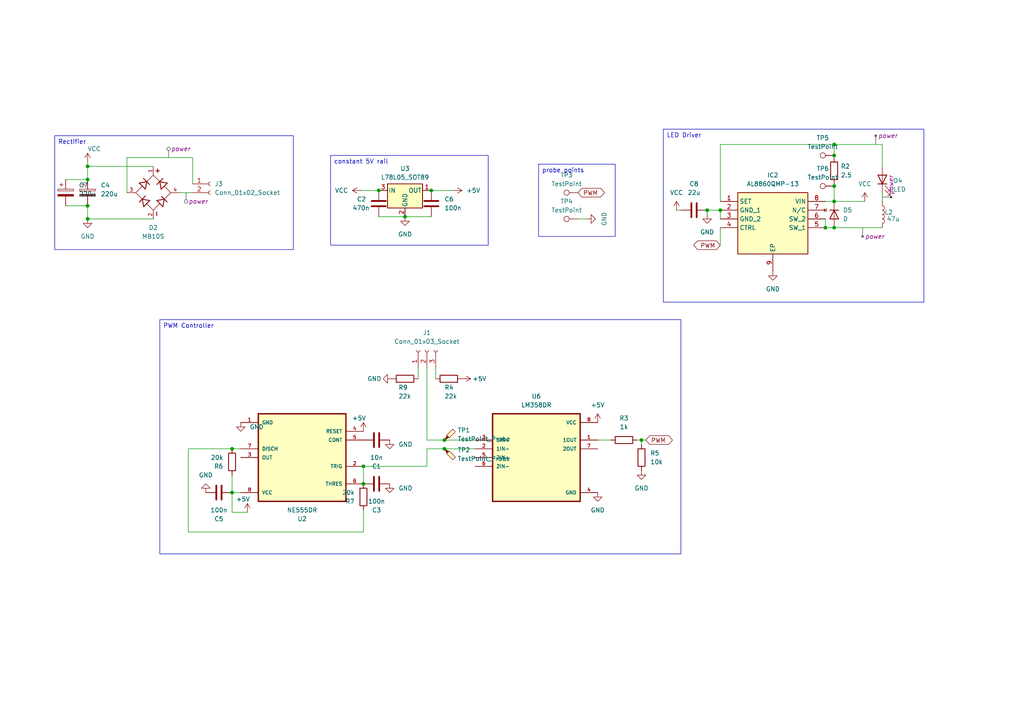
<source format=kicad_sch>
(kicad_sch (version 20230121) (generator eeschema)

  (uuid e6daf8f9-e8c7-4fc2-8e67-1d6b7683b0bc)

  (paper "A4")

  (lib_symbols
    (symbol "AL8860QMP-13:AL8860QMP-13" (in_bom yes) (on_board yes)
      (property "Reference" "IC" (at 26.67 7.62 0)
        (effects (font (size 1.27 1.27)) (justify left top))
      )
      (property "Value" "AL8860QMP-13" (at 26.67 5.08 0)
        (effects (font (size 1.27 1.27)) (justify left top))
      )
      (property "Footprint" "SOP65P490X110-9N" (at 26.67 -94.92 0)
        (effects (font (size 1.27 1.27)) (justify left top) hide)
      )
      (property "Datasheet" "https://www.diodes.com/assets/Datasheets/AL8860Q.pdf" (at 26.67 -194.92 0)
        (effects (font (size 1.27 1.27)) (justify left top) hide)
      )
      (property "Height" "1.1" (at 26.67 -394.92 0)
        (effects (font (size 1.27 1.27)) (justify left top) hide)
      )
      (property "Manufacturer_Name" "Diodes Incorporated" (at 26.67 -494.92 0)
        (effects (font (size 1.27 1.27)) (justify left top) hide)
      )
      (property "Manufacturer_Part_Number" "AL8860QMP-13" (at 26.67 -594.92 0)
        (effects (font (size 1.27 1.27)) (justify left top) hide)
      )
      (property "Mouser Part Number" "621-AL8860QMP-13" (at 26.67 -694.92 0)
        (effects (font (size 1.27 1.27)) (justify left top) hide)
      )
      (property "Mouser Price/Stock" "https://www.mouser.co.uk/ProductDetail/Diodes-Incorporated/AL8860QMP-13?qs=EBDBlbfErPyyWdIw%2F9tthg%3D%3D" (at 26.67 -794.92 0)
        (effects (font (size 1.27 1.27)) (justify left top) hide)
      )
      (property "Arrow Part Number" "AL8860QMP-13" (at 26.67 -894.92 0)
        (effects (font (size 1.27 1.27)) (justify left top) hide)
      )
      (property "Arrow Price/Stock" "https://www.arrow.com/en/products/al8860qmp-13/diodes-incorporated?region=europe" (at 26.67 -994.92 0)
        (effects (font (size 1.27 1.27)) (justify left top) hide)
      )
      (property "ki_description" "LED Lighting Drivers LED MV Int Switch" (at 0 0 0)
        (effects (font (size 1.27 1.27)) hide)
      )
      (symbol "AL8860QMP-13_1_1"
        (rectangle (start 5.08 2.54) (end 25.4 -15.24)
          (stroke (width 0.254) (type default))
          (fill (type background))
        )
        (pin passive line (at 0 0 0) (length 5.08)
          (name "SET" (effects (font (size 1.27 1.27))))
          (number "1" (effects (font (size 1.27 1.27))))
        )
        (pin passive line (at 0 -2.54 0) (length 5.08)
          (name "GND_1" (effects (font (size 1.27 1.27))))
          (number "2" (effects (font (size 1.27 1.27))))
        )
        (pin passive line (at 0 -5.08 0) (length 5.08)
          (name "GND_2" (effects (font (size 1.27 1.27))))
          (number "3" (effects (font (size 1.27 1.27))))
        )
        (pin passive line (at 0 -7.62 0) (length 5.08)
          (name "CTRL" (effects (font (size 1.27 1.27))))
          (number "4" (effects (font (size 1.27 1.27))))
        )
        (pin passive line (at 30.48 -7.62 180) (length 5.08)
          (name "SW_1" (effects (font (size 1.27 1.27))))
          (number "5" (effects (font (size 1.27 1.27))))
        )
        (pin passive line (at 30.48 -5.08 180) (length 5.08)
          (name "SW_2" (effects (font (size 1.27 1.27))))
          (number "6" (effects (font (size 1.27 1.27))))
        )
        (pin no_connect line (at 30.48 -2.54 180) (length 5.08)
          (name "N/C" (effects (font (size 1.27 1.27))))
          (number "7" (effects (font (size 1.27 1.27))))
        )
        (pin passive line (at 30.48 0 180) (length 5.08)
          (name "VIN" (effects (font (size 1.27 1.27))))
          (number "8" (effects (font (size 1.27 1.27))))
        )
        (pin passive line (at 15.24 -20.32 90) (length 5.08)
          (name "EP" (effects (font (size 1.27 1.27))))
          (number "9" (effects (font (size 1.27 1.27))))
        )
      )
    )
    (symbol "Connector:Conn_01x02_Socket" (pin_names (offset 1.016) hide) (in_bom yes) (on_board yes)
      (property "Reference" "J" (at 0 2.54 0)
        (effects (font (size 1.27 1.27)))
      )
      (property "Value" "Conn_01x02_Socket" (at 0 -5.08 0)
        (effects (font (size 1.27 1.27)))
      )
      (property "Footprint" "" (at 0 0 0)
        (effects (font (size 1.27 1.27)) hide)
      )
      (property "Datasheet" "~" (at 0 0 0)
        (effects (font (size 1.27 1.27)) hide)
      )
      (property "ki_locked" "" (at 0 0 0)
        (effects (font (size 1.27 1.27)))
      )
      (property "ki_keywords" "connector" (at 0 0 0)
        (effects (font (size 1.27 1.27)) hide)
      )
      (property "ki_description" "Generic connector, single row, 01x02, script generated" (at 0 0 0)
        (effects (font (size 1.27 1.27)) hide)
      )
      (property "ki_fp_filters" "Connector*:*_1x??_*" (at 0 0 0)
        (effects (font (size 1.27 1.27)) hide)
      )
      (symbol "Conn_01x02_Socket_1_1"
        (arc (start 0 -2.032) (mid -0.5058 -2.54) (end 0 -3.048)
          (stroke (width 0.1524) (type default))
          (fill (type none))
        )
        (polyline
          (pts
            (xy -1.27 -2.54)
            (xy -0.508 -2.54)
          )
          (stroke (width 0.1524) (type default))
          (fill (type none))
        )
        (polyline
          (pts
            (xy -1.27 0)
            (xy -0.508 0)
          )
          (stroke (width 0.1524) (type default))
          (fill (type none))
        )
        (arc (start 0 0.508) (mid -0.5058 0) (end 0 -0.508)
          (stroke (width 0.1524) (type default))
          (fill (type none))
        )
        (pin passive line (at -5.08 0 0) (length 3.81)
          (name "Pin_1" (effects (font (size 1.27 1.27))))
          (number "1" (effects (font (size 1.27 1.27))))
        )
        (pin passive line (at -5.08 -2.54 0) (length 3.81)
          (name "Pin_2" (effects (font (size 1.27 1.27))))
          (number "2" (effects (font (size 1.27 1.27))))
        )
      )
    )
    (symbol "Connector:Conn_01x03_Socket" (pin_names (offset 1.016) hide) (in_bom yes) (on_board yes)
      (property "Reference" "J" (at 0 5.08 0)
        (effects (font (size 1.27 1.27)))
      )
      (property "Value" "Conn_01x03_Socket" (at 0 -5.08 0)
        (effects (font (size 1.27 1.27)))
      )
      (property "Footprint" "" (at 0 0 0)
        (effects (font (size 1.27 1.27)) hide)
      )
      (property "Datasheet" "~" (at 0 0 0)
        (effects (font (size 1.27 1.27)) hide)
      )
      (property "ki_locked" "" (at 0 0 0)
        (effects (font (size 1.27 1.27)))
      )
      (property "ki_keywords" "connector" (at 0 0 0)
        (effects (font (size 1.27 1.27)) hide)
      )
      (property "ki_description" "Generic connector, single row, 01x03, script generated" (at 0 0 0)
        (effects (font (size 1.27 1.27)) hide)
      )
      (property "ki_fp_filters" "Connector*:*_1x??_*" (at 0 0 0)
        (effects (font (size 1.27 1.27)) hide)
      )
      (symbol "Conn_01x03_Socket_1_1"
        (arc (start 0 -2.032) (mid -0.5058 -2.54) (end 0 -3.048)
          (stroke (width 0.1524) (type default))
          (fill (type none))
        )
        (polyline
          (pts
            (xy -1.27 -2.54)
            (xy -0.508 -2.54)
          )
          (stroke (width 0.1524) (type default))
          (fill (type none))
        )
        (polyline
          (pts
            (xy -1.27 0)
            (xy -0.508 0)
          )
          (stroke (width 0.1524) (type default))
          (fill (type none))
        )
        (polyline
          (pts
            (xy -1.27 2.54)
            (xy -0.508 2.54)
          )
          (stroke (width 0.1524) (type default))
          (fill (type none))
        )
        (arc (start 0 0.508) (mid -0.5058 0) (end 0 -0.508)
          (stroke (width 0.1524) (type default))
          (fill (type none))
        )
        (arc (start 0 3.048) (mid -0.5058 2.54) (end 0 2.032)
          (stroke (width 0.1524) (type default))
          (fill (type none))
        )
        (pin passive line (at -5.08 2.54 0) (length 3.81)
          (name "Pin_1" (effects (font (size 1.27 1.27))))
          (number "1" (effects (font (size 1.27 1.27))))
        )
        (pin passive line (at -5.08 0 0) (length 3.81)
          (name "Pin_2" (effects (font (size 1.27 1.27))))
          (number "2" (effects (font (size 1.27 1.27))))
        )
        (pin passive line (at -5.08 -2.54 0) (length 3.81)
          (name "Pin_3" (effects (font (size 1.27 1.27))))
          (number "3" (effects (font (size 1.27 1.27))))
        )
      )
    )
    (symbol "Connector:TestPoint" (pin_numbers hide) (pin_names (offset 0.762) hide) (in_bom yes) (on_board yes)
      (property "Reference" "TP" (at 0 6.858 0)
        (effects (font (size 1.27 1.27)))
      )
      (property "Value" "TestPoint" (at 0 5.08 0)
        (effects (font (size 1.27 1.27)))
      )
      (property "Footprint" "" (at 5.08 0 0)
        (effects (font (size 1.27 1.27)) hide)
      )
      (property "Datasheet" "~" (at 5.08 0 0)
        (effects (font (size 1.27 1.27)) hide)
      )
      (property "ki_keywords" "test point tp" (at 0 0 0)
        (effects (font (size 1.27 1.27)) hide)
      )
      (property "ki_description" "test point" (at 0 0 0)
        (effects (font (size 1.27 1.27)) hide)
      )
      (property "ki_fp_filters" "Pin* Test*" (at 0 0 0)
        (effects (font (size 1.27 1.27)) hide)
      )
      (symbol "TestPoint_0_1"
        (circle (center 0 3.302) (radius 0.762)
          (stroke (width 0) (type default))
          (fill (type none))
        )
      )
      (symbol "TestPoint_1_1"
        (pin passive line (at 0 0 90) (length 2.54)
          (name "1" (effects (font (size 1.27 1.27))))
          (number "1" (effects (font (size 1.27 1.27))))
        )
      )
    )
    (symbol "Connector:TestPoint_Probe" (pin_numbers hide) (pin_names (offset 0.762) hide) (in_bom yes) (on_board yes)
      (property "Reference" "TP" (at 1.651 5.842 0)
        (effects (font (size 1.27 1.27)))
      )
      (property "Value" "TestPoint_Probe" (at 1.651 4.064 0)
        (effects (font (size 1.27 1.27)))
      )
      (property "Footprint" "" (at 5.08 0 0)
        (effects (font (size 1.27 1.27)) hide)
      )
      (property "Datasheet" "~" (at 5.08 0 0)
        (effects (font (size 1.27 1.27)) hide)
      )
      (property "ki_keywords" "test point tp" (at 0 0 0)
        (effects (font (size 1.27 1.27)) hide)
      )
      (property "ki_description" "test point (alternative probe-style design)" (at 0 0 0)
        (effects (font (size 1.27 1.27)) hide)
      )
      (property "ki_fp_filters" "Pin* Test*" (at 0 0 0)
        (effects (font (size 1.27 1.27)) hide)
      )
      (symbol "TestPoint_Probe_0_1"
        (polyline
          (pts
            (xy 1.27 0.762)
            (xy 0 0)
            (xy 0.762 1.27)
            (xy 1.27 0.762)
          )
          (stroke (width 0) (type default))
          (fill (type outline))
        )
        (polyline
          (pts
            (xy 1.397 0.635)
            (xy 0.635 1.397)
            (xy 2.413 3.175)
            (xy 3.175 2.413)
            (xy 1.397 0.635)
          )
          (stroke (width 0) (type default))
          (fill (type background))
        )
      )
      (symbol "TestPoint_Probe_1_1"
        (pin passive line (at 0 0 90) (length 0)
          (name "1" (effects (font (size 1.27 1.27))))
          (number "1" (effects (font (size 1.27 1.27))))
        )
      )
    )
    (symbol "Device:C" (pin_numbers hide) (pin_names (offset 0.254)) (in_bom yes) (on_board yes)
      (property "Reference" "C" (at 0.635 2.54 0)
        (effects (font (size 1.27 1.27)) (justify left))
      )
      (property "Value" "C" (at 0.635 -2.54 0)
        (effects (font (size 1.27 1.27)) (justify left))
      )
      (property "Footprint" "" (at 0.9652 -3.81 0)
        (effects (font (size 1.27 1.27)) hide)
      )
      (property "Datasheet" "~" (at 0 0 0)
        (effects (font (size 1.27 1.27)) hide)
      )
      (property "ki_keywords" "cap capacitor" (at 0 0 0)
        (effects (font (size 1.27 1.27)) hide)
      )
      (property "ki_description" "Unpolarized capacitor" (at 0 0 0)
        (effects (font (size 1.27 1.27)) hide)
      )
      (property "ki_fp_filters" "C_*" (at 0 0 0)
        (effects (font (size 1.27 1.27)) hide)
      )
      (symbol "C_0_1"
        (polyline
          (pts
            (xy -2.032 -0.762)
            (xy 2.032 -0.762)
          )
          (stroke (width 0.508) (type default))
          (fill (type none))
        )
        (polyline
          (pts
            (xy -2.032 0.762)
            (xy 2.032 0.762)
          )
          (stroke (width 0.508) (type default))
          (fill (type none))
        )
      )
      (symbol "C_1_1"
        (pin passive line (at 0 3.81 270) (length 2.794)
          (name "~" (effects (font (size 1.27 1.27))))
          (number "1" (effects (font (size 1.27 1.27))))
        )
        (pin passive line (at 0 -3.81 90) (length 2.794)
          (name "~" (effects (font (size 1.27 1.27))))
          (number "2" (effects (font (size 1.27 1.27))))
        )
      )
    )
    (symbol "Device:C_Polarized" (pin_numbers hide) (pin_names (offset 0.254)) (in_bom yes) (on_board yes)
      (property "Reference" "C" (at 0.635 2.54 0)
        (effects (font (size 1.27 1.27)) (justify left))
      )
      (property "Value" "C_Polarized" (at 0.635 -2.54 0)
        (effects (font (size 1.27 1.27)) (justify left))
      )
      (property "Footprint" "" (at 0.9652 -3.81 0)
        (effects (font (size 1.27 1.27)) hide)
      )
      (property "Datasheet" "~" (at 0 0 0)
        (effects (font (size 1.27 1.27)) hide)
      )
      (property "ki_keywords" "cap capacitor" (at 0 0 0)
        (effects (font (size 1.27 1.27)) hide)
      )
      (property "ki_description" "Polarized capacitor" (at 0 0 0)
        (effects (font (size 1.27 1.27)) hide)
      )
      (property "ki_fp_filters" "CP_*" (at 0 0 0)
        (effects (font (size 1.27 1.27)) hide)
      )
      (symbol "C_Polarized_0_1"
        (rectangle (start -2.286 0.508) (end 2.286 1.016)
          (stroke (width 0) (type default))
          (fill (type none))
        )
        (polyline
          (pts
            (xy -1.778 2.286)
            (xy -0.762 2.286)
          )
          (stroke (width 0) (type default))
          (fill (type none))
        )
        (polyline
          (pts
            (xy -1.27 2.794)
            (xy -1.27 1.778)
          )
          (stroke (width 0) (type default))
          (fill (type none))
        )
        (rectangle (start 2.286 -0.508) (end -2.286 -1.016)
          (stroke (width 0) (type default))
          (fill (type outline))
        )
      )
      (symbol "C_Polarized_1_1"
        (pin passive line (at 0 3.81 270) (length 2.794)
          (name "~" (effects (font (size 1.27 1.27))))
          (number "1" (effects (font (size 1.27 1.27))))
        )
        (pin passive line (at 0 -3.81 90) (length 2.794)
          (name "~" (effects (font (size 1.27 1.27))))
          (number "2" (effects (font (size 1.27 1.27))))
        )
      )
    )
    (symbol "Device:D" (pin_numbers hide) (pin_names (offset 1.016) hide) (in_bom yes) (on_board yes)
      (property "Reference" "D" (at 0 2.54 0)
        (effects (font (size 1.27 1.27)))
      )
      (property "Value" "D" (at 0 -2.54 0)
        (effects (font (size 1.27 1.27)))
      )
      (property "Footprint" "" (at 0 0 0)
        (effects (font (size 1.27 1.27)) hide)
      )
      (property "Datasheet" "~" (at 0 0 0)
        (effects (font (size 1.27 1.27)) hide)
      )
      (property "Sim.Device" "D" (at 0 0 0)
        (effects (font (size 1.27 1.27)) hide)
      )
      (property "Sim.Pins" "1=K 2=A" (at 0 0 0)
        (effects (font (size 1.27 1.27)) hide)
      )
      (property "ki_keywords" "diode" (at 0 0 0)
        (effects (font (size 1.27 1.27)) hide)
      )
      (property "ki_description" "Diode" (at 0 0 0)
        (effects (font (size 1.27 1.27)) hide)
      )
      (property "ki_fp_filters" "TO-???* *_Diode_* *SingleDiode* D_*" (at 0 0 0)
        (effects (font (size 1.27 1.27)) hide)
      )
      (symbol "D_0_1"
        (polyline
          (pts
            (xy -1.27 1.27)
            (xy -1.27 -1.27)
          )
          (stroke (width 0.254) (type default))
          (fill (type none))
        )
        (polyline
          (pts
            (xy 1.27 0)
            (xy -1.27 0)
          )
          (stroke (width 0) (type default))
          (fill (type none))
        )
        (polyline
          (pts
            (xy 1.27 1.27)
            (xy 1.27 -1.27)
            (xy -1.27 0)
            (xy 1.27 1.27)
          )
          (stroke (width 0.254) (type default))
          (fill (type none))
        )
      )
      (symbol "D_1_1"
        (pin passive line (at -3.81 0 0) (length 2.54)
          (name "K" (effects (font (size 1.27 1.27))))
          (number "1" (effects (font (size 1.27 1.27))))
        )
        (pin passive line (at 3.81 0 180) (length 2.54)
          (name "A" (effects (font (size 1.27 1.27))))
          (number "2" (effects (font (size 1.27 1.27))))
        )
      )
    )
    (symbol "Device:L" (pin_numbers hide) (pin_names (offset 1.016) hide) (in_bom yes) (on_board yes)
      (property "Reference" "L" (at -1.27 0 90)
        (effects (font (size 1.27 1.27)))
      )
      (property "Value" "L" (at 1.905 0 90)
        (effects (font (size 1.27 1.27)))
      )
      (property "Footprint" "" (at 0 0 0)
        (effects (font (size 1.27 1.27)) hide)
      )
      (property "Datasheet" "~" (at 0 0 0)
        (effects (font (size 1.27 1.27)) hide)
      )
      (property "ki_keywords" "inductor choke coil reactor magnetic" (at 0 0 0)
        (effects (font (size 1.27 1.27)) hide)
      )
      (property "ki_description" "Inductor" (at 0 0 0)
        (effects (font (size 1.27 1.27)) hide)
      )
      (property "ki_fp_filters" "Choke_* *Coil* Inductor_* L_*" (at 0 0 0)
        (effects (font (size 1.27 1.27)) hide)
      )
      (symbol "L_0_1"
        (arc (start 0 -2.54) (mid 0.6323 -1.905) (end 0 -1.27)
          (stroke (width 0) (type default))
          (fill (type none))
        )
        (arc (start 0 -1.27) (mid 0.6323 -0.635) (end 0 0)
          (stroke (width 0) (type default))
          (fill (type none))
        )
        (arc (start 0 0) (mid 0.6323 0.635) (end 0 1.27)
          (stroke (width 0) (type default))
          (fill (type none))
        )
        (arc (start 0 1.27) (mid 0.6323 1.905) (end 0 2.54)
          (stroke (width 0) (type default))
          (fill (type none))
        )
      )
      (symbol "L_1_1"
        (pin passive line (at 0 3.81 270) (length 1.27)
          (name "1" (effects (font (size 1.27 1.27))))
          (number "1" (effects (font (size 1.27 1.27))))
        )
        (pin passive line (at 0 -3.81 90) (length 1.27)
          (name "2" (effects (font (size 1.27 1.27))))
          (number "2" (effects (font (size 1.27 1.27))))
        )
      )
    )
    (symbol "Device:LED" (pin_numbers hide) (pin_names (offset 1.016) hide) (in_bom yes) (on_board yes)
      (property "Reference" "D" (at 0 2.54 0)
        (effects (font (size 1.27 1.27)))
      )
      (property "Value" "LED" (at 0 -2.54 0)
        (effects (font (size 1.27 1.27)))
      )
      (property "Footprint" "" (at 0 0 0)
        (effects (font (size 1.27 1.27)) hide)
      )
      (property "Datasheet" "~" (at 0 0 0)
        (effects (font (size 1.27 1.27)) hide)
      )
      (property "ki_keywords" "LED diode" (at 0 0 0)
        (effects (font (size 1.27 1.27)) hide)
      )
      (property "ki_description" "Light emitting diode" (at 0 0 0)
        (effects (font (size 1.27 1.27)) hide)
      )
      (property "ki_fp_filters" "LED* LED_SMD:* LED_THT:*" (at 0 0 0)
        (effects (font (size 1.27 1.27)) hide)
      )
      (symbol "LED_0_1"
        (polyline
          (pts
            (xy -1.27 -1.27)
            (xy -1.27 1.27)
          )
          (stroke (width 0.254) (type default))
          (fill (type none))
        )
        (polyline
          (pts
            (xy -1.27 0)
            (xy 1.27 0)
          )
          (stroke (width 0) (type default))
          (fill (type none))
        )
        (polyline
          (pts
            (xy 1.27 -1.27)
            (xy 1.27 1.27)
            (xy -1.27 0)
            (xy 1.27 -1.27)
          )
          (stroke (width 0.254) (type default))
          (fill (type none))
        )
        (polyline
          (pts
            (xy -3.048 -0.762)
            (xy -4.572 -2.286)
            (xy -3.81 -2.286)
            (xy -4.572 -2.286)
            (xy -4.572 -1.524)
          )
          (stroke (width 0) (type default))
          (fill (type none))
        )
        (polyline
          (pts
            (xy -1.778 -0.762)
            (xy -3.302 -2.286)
            (xy -2.54 -2.286)
            (xy -3.302 -2.286)
            (xy -3.302 -1.524)
          )
          (stroke (width 0) (type default))
          (fill (type none))
        )
      )
      (symbol "LED_1_1"
        (pin passive line (at -3.81 0 0) (length 2.54)
          (name "K" (effects (font (size 1.27 1.27))))
          (number "1" (effects (font (size 1.27 1.27))))
        )
        (pin passive line (at 3.81 0 180) (length 2.54)
          (name "A" (effects (font (size 1.27 1.27))))
          (number "2" (effects (font (size 1.27 1.27))))
        )
      )
    )
    (symbol "Device:R" (pin_numbers hide) (pin_names (offset 0)) (in_bom yes) (on_board yes)
      (property "Reference" "R" (at 2.032 0 90)
        (effects (font (size 1.27 1.27)))
      )
      (property "Value" "R" (at 0 0 90)
        (effects (font (size 1.27 1.27)))
      )
      (property "Footprint" "" (at -1.778 0 90)
        (effects (font (size 1.27 1.27)) hide)
      )
      (property "Datasheet" "~" (at 0 0 0)
        (effects (font (size 1.27 1.27)) hide)
      )
      (property "ki_keywords" "R res resistor" (at 0 0 0)
        (effects (font (size 1.27 1.27)) hide)
      )
      (property "ki_description" "Resistor" (at 0 0 0)
        (effects (font (size 1.27 1.27)) hide)
      )
      (property "ki_fp_filters" "R_*" (at 0 0 0)
        (effects (font (size 1.27 1.27)) hide)
      )
      (symbol "R_0_1"
        (rectangle (start -1.016 -2.54) (end 1.016 2.54)
          (stroke (width 0.254) (type default))
          (fill (type none))
        )
      )
      (symbol "R_1_1"
        (pin passive line (at 0 3.81 270) (length 1.27)
          (name "~" (effects (font (size 1.27 1.27))))
          (number "1" (effects (font (size 1.27 1.27))))
        )
        (pin passive line (at 0 -3.81 90) (length 1.27)
          (name "~" (effects (font (size 1.27 1.27))))
          (number "2" (effects (font (size 1.27 1.27))))
        )
      )
    )
    (symbol "LM358DR:LM358DR" (pin_names (offset 1.016)) (in_bom yes) (on_board yes)
      (property "Reference" "U" (at -12.7 13.7 0)
        (effects (font (size 1.27 1.27)) (justify left bottom))
      )
      (property "Value" "LM358DR" (at -12.7 -16.7 0)
        (effects (font (size 1.27 1.27)) (justify left bottom))
      )
      (property "Footprint" "LM358DR:SOIC127P599X175-8N" (at 0 0 0)
        (effects (font (size 1.27 1.27)) (justify bottom) hide)
      )
      (property "Datasheet" "" (at 0 0 0)
        (effects (font (size 1.27 1.27)) hide)
      )
      (property "MP" "LM358DR" (at 0 0 0)
        (effects (font (size 1.27 1.27)) (justify bottom) hide)
      )
      (property "MF" "Texas Instruments" (at 0 0 0)
        (effects (font (size 1.27 1.27)) (justify bottom) hide)
      )
      (property "Description" "\nDual, 30-V, 700-kHz operational amplifier\n" (at 0 0 0)
        (effects (font (size 1.27 1.27)) (justify bottom) hide)
      )
      (property "Package" "SOIC-8 Texas Instruments" (at 0 0 0)
        (effects (font (size 1.27 1.27)) (justify bottom) hide)
      )
      (property "RS_Components_527154_Purchase_URL" "https://www.snapeda.com/api/url_track_click/https%253A//uk.rs-online.com/web/p/op-amps/0527154//%253Futm_campaign%253Dbuynow%2526utm_medium%253Daggregator%2526utm_source%253Dsnapeda%2526cm_mmc%253Daff-_-uk-_-snapeda-_-527154/?unipart_id=6639&manufacturer=Texas Instruments&part_name=LM358DR&search_term=lm358dr" (at 0 0 0)
        (effects (font (size 1.27 1.27)) (justify bottom) hide)
      )
      (property "Check_prices" "https://www.snapeda.com/parts/LM358DR/Texas+Instruments/view-part/?ref=eda" (at 0 0 0)
        (effects (font (size 1.27 1.27)) (justify bottom) hide)
      )
      (property "SnapEDA_Link" "https://www.snapeda.com/parts/LM358DR/Texas+Instruments/view-part/?ref=snap" (at 0 0 0)
        (effects (font (size 1.27 1.27)) (justify bottom) hide)
      )
      (symbol "LM358DR_0_0"
        (rectangle (start -12.7 -12.7) (end 12.7 12.7)
          (stroke (width 0.41) (type default))
          (fill (type background))
        )
        (pin output line (at 17.78 5.08 180) (length 5.08)
          (name "1OUT" (effects (font (size 1.016 1.016))))
          (number "1" (effects (font (size 1.016 1.016))))
        )
        (pin input line (at -17.78 2.54 0) (length 5.08)
          (name "1IN-" (effects (font (size 1.016 1.016))))
          (number "2" (effects (font (size 1.016 1.016))))
        )
        (pin input line (at -17.78 5.08 0) (length 5.08)
          (name "1IN+" (effects (font (size 1.016 1.016))))
          (number "3" (effects (font (size 1.016 1.016))))
        )
        (pin power_in line (at 17.78 -10.16 180) (length 5.08)
          (name "GND" (effects (font (size 1.016 1.016))))
          (number "4" (effects (font (size 1.016 1.016))))
        )
        (pin input line (at -17.78 0 0) (length 5.08)
          (name "2IN+" (effects (font (size 1.016 1.016))))
          (number "5" (effects (font (size 1.016 1.016))))
        )
        (pin input line (at -17.78 -2.54 0) (length 5.08)
          (name "2IN-" (effects (font (size 1.016 1.016))))
          (number "6" (effects (font (size 1.016 1.016))))
        )
        (pin output line (at 17.78 2.54 180) (length 5.08)
          (name "2OUT" (effects (font (size 1.016 1.016))))
          (number "7" (effects (font (size 1.016 1.016))))
        )
        (pin power_in line (at 17.78 10.16 180) (length 5.08)
          (name "VCC" (effects (font (size 1.016 1.016))))
          (number "8" (effects (font (size 1.016 1.016))))
        )
      )
    )
    (symbol "MB10S:MB10S" (pin_names (offset 1.016)) (in_bom yes) (on_board yes)
      (property "Reference" "D" (at 5.08 5.08 0)
        (effects (font (size 1.27 1.27)) (justify left bottom))
      )
      (property "Value" "MB10S" (at 5.08 -7.62 0)
        (effects (font (size 1.27 1.27)) (justify left bottom))
      )
      (property "Footprint" "MB10S:SOIC245P670X290-4N" (at 0 0 0)
        (effects (font (size 1.27 1.27)) (justify bottom) hide)
      )
      (property "Datasheet" "" (at 0 0 0)
        (effects (font (size 1.27 1.27)) hide)
      )
      (property "MF" "ON Semiconductor" (at 0 0 0)
        (effects (font (size 1.27 1.27)) (justify bottom) hide)
      )
      (property "DESCRIPTION" "MB10S Series 0.5 A 1000 V Low Leakage SMT Bridge Rectifier - SOIC-4" (at 0 0 0)
        (effects (font (size 1.27 1.27)) (justify bottom) hide)
      )
      (property "PACKAGE" "SOIC-4 ON Semiconductor" (at 0 0 0)
        (effects (font (size 1.27 1.27)) (justify bottom) hide)
      )
      (property "PRICE" "None" (at 0 0 0)
        (effects (font (size 1.27 1.27)) (justify bottom) hide)
      )
      (property "Package" "SOIC-4 ON Semiconductor" (at 0 0 0)
        (effects (font (size 1.27 1.27)) (justify bottom) hide)
      )
      (property "Check_prices" "https://www.snapeda.com/parts/MB10S/Onsemi/view-part/?ref=eda" (at 0 0 0)
        (effects (font (size 1.27 1.27)) (justify bottom) hide)
      )
      (property "SnapEDA_Link" "https://www.snapeda.com/parts/MB10S/Onsemi/view-part/?ref=snap" (at 0 0 0)
        (effects (font (size 1.27 1.27)) (justify bottom) hide)
      )
      (property "MP" "MB10S" (at 0 0 0)
        (effects (font (size 1.27 1.27)) (justify bottom) hide)
      )
      (property "AVAILABILITY" "Unavailable" (at 0 0 0)
        (effects (font (size 1.27 1.27)) (justify bottom) hide)
      )
      (property "Description" "\nBridge Rectifier Single Phase Standard 1 kV Surface Mount 4-SOIC\n" (at 0 0 0)
        (effects (font (size 1.27 1.27)) (justify bottom) hide)
      )
      (symbol "MB10S_0_0"
        (polyline
          (pts
            (xy -6.858 1.27)
            (xy -5.842 1.27)
          )
          (stroke (width 0.254) (type default))
          (fill (type none))
        )
        (polyline
          (pts
            (xy -6.35 0.762)
            (xy -6.35 1.778)
          )
          (stroke (width 0.254) (type default))
          (fill (type none))
        )
        (polyline
          (pts
            (xy -5.08 0)
            (xy -3.175 -1.905)
          )
          (stroke (width 0.1524) (type default))
          (fill (type none))
        )
        (polyline
          (pts
            (xy -3.175 -1.905)
            (xy -2.794 -4.064)
          )
          (stroke (width 0.254) (type default))
          (fill (type none))
        )
        (polyline
          (pts
            (xy -3.175 -1.905)
            (xy -1.016 -2.286)
          )
          (stroke (width 0.254) (type default))
          (fill (type none))
        )
        (polyline
          (pts
            (xy -3.175 1.905)
            (xy -5.08 0)
          )
          (stroke (width 0.1524) (type default))
          (fill (type none))
        )
        (polyline
          (pts
            (xy -3.175 1.905)
            (xy -2.794 4.064)
          )
          (stroke (width 0.254) (type default))
          (fill (type none))
        )
        (polyline
          (pts
            (xy -3.175 1.905)
            (xy -1.016 2.286)
          )
          (stroke (width 0.254) (type default))
          (fill (type none))
        )
        (polyline
          (pts
            (xy -2.3622 -1.0668)
            (xy -4.1402 -2.8448)
          )
          (stroke (width 0.254) (type default))
          (fill (type none))
        )
        (polyline
          (pts
            (xy -2.3622 1.016)
            (xy -4.1402 2.794)
          )
          (stroke (width 0.254) (type default))
          (fill (type none))
        )
        (polyline
          (pts
            (xy -1.016 -2.286)
            (xy -2.794 -4.064)
          )
          (stroke (width 0.254) (type default))
          (fill (type none))
        )
        (polyline
          (pts
            (xy -1.016 2.286)
            (xy -2.794 4.064)
          )
          (stroke (width 0.254) (type default))
          (fill (type none))
        )
        (polyline
          (pts
            (xy 0 -5.08)
            (xy -1.8034 -3.2766)
          )
          (stroke (width 0.1524) (type default))
          (fill (type none))
        )
        (polyline
          (pts
            (xy 0 -5.08)
            (xy 1.905 -3.175)
          )
          (stroke (width 0.1524) (type default))
          (fill (type none))
        )
        (polyline
          (pts
            (xy 0 5.08)
            (xy -1.8034 3.2766)
          )
          (stroke (width 0.1524) (type default))
          (fill (type none))
        )
        (polyline
          (pts
            (xy 1.905 -3.175)
            (xy 2.286 -1.016)
          )
          (stroke (width 0.254) (type default))
          (fill (type none))
        )
        (polyline
          (pts
            (xy 1.905 -3.175)
            (xy 4.064 -2.794)
          )
          (stroke (width 0.254) (type default))
          (fill (type none))
        )
        (polyline
          (pts
            (xy 1.905 3.175)
            (xy 0 5.08)
          )
          (stroke (width 0.1524) (type default))
          (fill (type none))
        )
        (polyline
          (pts
            (xy 1.905 3.175)
            (xy 2.286 1.016)
          )
          (stroke (width 0.254) (type default))
          (fill (type none))
        )
        (polyline
          (pts
            (xy 1.905 3.175)
            (xy 4.064 2.794)
          )
          (stroke (width 0.254) (type default))
          (fill (type none))
        )
        (polyline
          (pts
            (xy 2.7178 -4.0386)
            (xy 0.9398 -2.2606)
          )
          (stroke (width 0.254) (type default))
          (fill (type none))
        )
        (polyline
          (pts
            (xy 2.7178 4.0386)
            (xy 1.0668 2.3876)
          )
          (stroke (width 0.254) (type default))
          (fill (type none))
        )
        (polyline
          (pts
            (xy 3.2766 -1.8034)
            (xy 5.08 0)
          )
          (stroke (width 0.1524) (type default))
          (fill (type none))
        )
        (polyline
          (pts
            (xy 4.064 -2.794)
            (xy 2.286 -1.016)
          )
          (stroke (width 0.254) (type default))
          (fill (type none))
        )
        (polyline
          (pts
            (xy 4.064 2.794)
            (xy 2.286 1.016)
          )
          (stroke (width 0.254) (type default))
          (fill (type none))
        )
        (polyline
          (pts
            (xy 5.08 0)
            (xy 3.2766 1.8034)
          )
          (stroke (width 0.1524) (type default))
          (fill (type none))
        )
        (polyline
          (pts
            (xy 5.588 1.016)
            (xy 6.604 1.016)
          )
          (stroke (width 0.254) (type default))
          (fill (type none))
        )
        (pin passive line (at -7.62 0 0) (length 2.54)
          (name "~" (effects (font (size 1.016 1.016))))
          (number "1" (effects (font (size 1.016 1.016))))
        )
        (pin passive line (at 7.62 0 180) (length 2.54)
          (name "~" (effects (font (size 1.016 1.016))))
          (number "2" (effects (font (size 1.016 1.016))))
        )
        (pin passive line (at 0 -7.62 90) (length 2.54)
          (name "~" (effects (font (size 1.016 1.016))))
          (number "3" (effects (font (size 1.016 1.016))))
        )
        (pin passive line (at 0 7.62 270) (length 2.54)
          (name "~" (effects (font (size 1.016 1.016))))
          (number "4" (effects (font (size 1.016 1.016))))
        )
      )
    )
    (symbol "NE555DR:NE555DR" (pin_names (offset 1.016)) (in_bom yes) (on_board yes)
      (property "Reference" "U" (at -12.7 13.7 0)
        (effects (font (size 1.27 1.27)) (justify left bottom))
      )
      (property "Value" "NE555DR" (at -12.7 -16.7 0)
        (effects (font (size 1.27 1.27)) (justify left bottom))
      )
      (property "Footprint" "NE555DR:SOIC127P599X175-8N" (at 0 0 0)
        (effects (font (size 1.27 1.27)) (justify bottom) hide)
      )
      (property "Datasheet" "" (at 0 0 0)
        (effects (font (size 1.27 1.27)) hide)
      )
      (property "DigiKey_Part_Number" "296-6501-2-ND" (at 0 0 0)
        (effects (font (size 1.27 1.27)) (justify bottom) hide)
      )
      (property "MF" "Texas Instruments" (at 0 0 0)
        (effects (font (size 1.27 1.27)) (justify bottom) hide)
      )
      (property "MOUSER-PURCHASE-URL" "https://snapeda.com/shop?store=Mouser&id=290253" (at 0 0 0)
        (effects (font (size 1.27 1.27)) (justify bottom) hide)
      )
      (property "DESCRIPTION" "Precision Timers 8-SOIC -40 to 105" (at 0 0 0)
        (effects (font (size 1.27 1.27)) (justify bottom) hide)
      )
      (property "PACKAGE" "SOIC-8 Texas Instruments" (at 0 0 0)
        (effects (font (size 1.27 1.27)) (justify bottom) hide)
      )
      (property "PRICE" "None" (at 0 0 0)
        (effects (font (size 1.27 1.27)) (justify bottom) hide)
      )
      (property "Package" "SOIC-8 Texas Instruments" (at 0 0 0)
        (effects (font (size 1.27 1.27)) (justify bottom) hide)
      )
      (property "Check_prices" "https://www.snapeda.com/parts/NE555DR/Texas+Instruments/view-part/?ref=eda" (at 0 0 0)
        (effects (font (size 1.27 1.27)) (justify bottom) hide)
      )
      (property "SnapEDA_Link" "https://www.snapeda.com/parts/NE555DR/Texas+Instruments/view-part/?ref=snap" (at 0 0 0)
        (effects (font (size 1.27 1.27)) (justify bottom) hide)
      )
      (property "MP" "NE555DR" (at 0 0 0)
        (effects (font (size 1.27 1.27)) (justify bottom) hide)
      )
      (property "TEXAS_INSTRUMENTS-PURCHASE-URL" "https://snapeda.com/shop?store=Texas+Instruments&id=290253" (at 0 0 0)
        (effects (font (size 1.27 1.27)) (justify bottom) hide)
      )
      (property "ARROW_ELECTRONICS-PURCHASE-URL" "https://snapeda.com/shop?store=Arrow+Electronics&id=290253" (at 0 0 0)
        (effects (font (size 1.27 1.27)) (justify bottom) hide)
      )
      (property "AVAILABILITY" "Unavailable" (at 0 0 0)
        (effects (font (size 1.27 1.27)) (justify bottom) hide)
      )
      (property "DIGIKEY-PURCHASE-URL" "https://snapeda.com/shop?store=DigiKey&id=290253" (at 0 0 0)
        (effects (font (size 1.27 1.27)) (justify bottom) hide)
      )
      (property "Description" "\nSingle Precision Timer\n" (at 0 0 0)
        (effects (font (size 1.27 1.27)) (justify bottom) hide)
      )
      (symbol "NE555DR_0_0"
        (rectangle (start -12.7 -12.7) (end 12.7 12.7)
          (stroke (width 0.41) (type default))
          (fill (type background))
        )
        (pin power_in line (at 17.78 -10.16 180) (length 5.08)
          (name "GND" (effects (font (size 1.016 1.016))))
          (number "1" (effects (font (size 1.016 1.016))))
        )
        (pin input line (at -17.78 2.54 0) (length 5.08)
          (name "TRIG" (effects (font (size 1.016 1.016))))
          (number "2" (effects (font (size 1.016 1.016))))
        )
        (pin output line (at 17.78 0 180) (length 5.08)
          (name "OUT" (effects (font (size 1.016 1.016))))
          (number "3" (effects (font (size 1.016 1.016))))
        )
        (pin input line (at -17.78 -7.62 0) (length 5.08)
          (name "RESET" (effects (font (size 1.016 1.016))))
          (number "4" (effects (font (size 1.016 1.016))))
        )
        (pin bidirectional line (at -17.78 -5.08 0) (length 5.08)
          (name "CONT" (effects (font (size 1.016 1.016))))
          (number "5" (effects (font (size 1.016 1.016))))
        )
        (pin input line (at -17.78 7.62 0) (length 5.08)
          (name "THRES" (effects (font (size 1.016 1.016))))
          (number "6" (effects (font (size 1.016 1.016))))
        )
        (pin output line (at 17.78 -2.54 180) (length 5.08)
          (name "DISCH" (effects (font (size 1.016 1.016))))
          (number "7" (effects (font (size 1.016 1.016))))
        )
        (pin power_in line (at 17.78 10.16 180) (length 5.08)
          (name "VCC" (effects (font (size 1.016 1.016))))
          (number "8" (effects (font (size 1.016 1.016))))
        )
      )
    )
    (symbol "Regulator_Linear:L78L05_SOT89" (pin_names (offset 0.254)) (in_bom yes) (on_board yes)
      (property "Reference" "U" (at -3.81 3.175 0)
        (effects (font (size 1.27 1.27)))
      )
      (property "Value" "L78L05_SOT89" (at -0.635 3.175 0)
        (effects (font (size 1.27 1.27)) (justify left))
      )
      (property "Footprint" "Package_TO_SOT_SMD:SOT-89-3" (at 0 5.08 0)
        (effects (font (size 1.27 1.27) italic) hide)
      )
      (property "Datasheet" "http://www.st.com/content/ccc/resource/technical/document/datasheet/15/55/e5/aa/23/5b/43/fd/CD00000446.pdf/files/CD00000446.pdf/jcr:content/translations/en.CD00000446.pdf" (at 0 -1.27 0)
        (effects (font (size 1.27 1.27)) hide)
      )
      (property "ki_keywords" "Voltage Regulator 100mA Positive" (at 0 0 0)
        (effects (font (size 1.27 1.27)) hide)
      )
      (property "ki_description" "Positive 100mA 30V Linear Regulator, Fixed Output 5V, SOT-89" (at 0 0 0)
        (effects (font (size 1.27 1.27)) hide)
      )
      (property "ki_fp_filters" "SOT?89*" (at 0 0 0)
        (effects (font (size 1.27 1.27)) hide)
      )
      (symbol "L78L05_SOT89_0_1"
        (rectangle (start -5.08 1.905) (end 5.08 -5.08)
          (stroke (width 0.254) (type default))
          (fill (type background))
        )
      )
      (symbol "L78L05_SOT89_1_1"
        (pin power_out line (at 7.62 0 180) (length 2.54)
          (name "OUT" (effects (font (size 1.27 1.27))))
          (number "1" (effects (font (size 1.27 1.27))))
        )
        (pin power_in line (at 0 -7.62 90) (length 2.54)
          (name "GND" (effects (font (size 1.27 1.27))))
          (number "2" (effects (font (size 1.27 1.27))))
        )
        (pin power_in line (at -7.62 0 0) (length 2.54)
          (name "IN" (effects (font (size 1.27 1.27))))
          (number "3" (effects (font (size 1.27 1.27))))
        )
      )
    )
    (symbol "power:+5V" (power) (pin_names (offset 0)) (in_bom yes) (on_board yes)
      (property "Reference" "#PWR" (at 0 -3.81 0)
        (effects (font (size 1.27 1.27)) hide)
      )
      (property "Value" "+5V" (at 0 3.556 0)
        (effects (font (size 1.27 1.27)))
      )
      (property "Footprint" "" (at 0 0 0)
        (effects (font (size 1.27 1.27)) hide)
      )
      (property "Datasheet" "" (at 0 0 0)
        (effects (font (size 1.27 1.27)) hide)
      )
      (property "ki_keywords" "global power" (at 0 0 0)
        (effects (font (size 1.27 1.27)) hide)
      )
      (property "ki_description" "Power symbol creates a global label with name \"+5V\"" (at 0 0 0)
        (effects (font (size 1.27 1.27)) hide)
      )
      (symbol "+5V_0_1"
        (polyline
          (pts
            (xy -0.762 1.27)
            (xy 0 2.54)
          )
          (stroke (width 0) (type default))
          (fill (type none))
        )
        (polyline
          (pts
            (xy 0 0)
            (xy 0 2.54)
          )
          (stroke (width 0) (type default))
          (fill (type none))
        )
        (polyline
          (pts
            (xy 0 2.54)
            (xy 0.762 1.27)
          )
          (stroke (width 0) (type default))
          (fill (type none))
        )
      )
      (symbol "+5V_1_1"
        (pin power_in line (at 0 0 90) (length 0) hide
          (name "+5V" (effects (font (size 1.27 1.27))))
          (number "1" (effects (font (size 1.27 1.27))))
        )
      )
    )
    (symbol "power:GND" (power) (pin_names (offset 0)) (in_bom yes) (on_board yes)
      (property "Reference" "#PWR" (at 0 -6.35 0)
        (effects (font (size 1.27 1.27)) hide)
      )
      (property "Value" "GND" (at 0 -3.81 0)
        (effects (font (size 1.27 1.27)))
      )
      (property "Footprint" "" (at 0 0 0)
        (effects (font (size 1.27 1.27)) hide)
      )
      (property "Datasheet" "" (at 0 0 0)
        (effects (font (size 1.27 1.27)) hide)
      )
      (property "ki_keywords" "global power" (at 0 0 0)
        (effects (font (size 1.27 1.27)) hide)
      )
      (property "ki_description" "Power symbol creates a global label with name \"GND\" , ground" (at 0 0 0)
        (effects (font (size 1.27 1.27)) hide)
      )
      (symbol "GND_0_1"
        (polyline
          (pts
            (xy 0 0)
            (xy 0 -1.27)
            (xy 1.27 -1.27)
            (xy 0 -2.54)
            (xy -1.27 -1.27)
            (xy 0 -1.27)
          )
          (stroke (width 0) (type default))
          (fill (type none))
        )
      )
      (symbol "GND_1_1"
        (pin power_in line (at 0 0 270) (length 0) hide
          (name "GND" (effects (font (size 1.27 1.27))))
          (number "1" (effects (font (size 1.27 1.27))))
        )
      )
    )
    (symbol "power:VCC" (power) (pin_names (offset 0)) (in_bom yes) (on_board yes)
      (property "Reference" "#PWR" (at 0 -3.81 0)
        (effects (font (size 1.27 1.27)) hide)
      )
      (property "Value" "VCC" (at 0 3.81 0)
        (effects (font (size 1.27 1.27)))
      )
      (property "Footprint" "" (at 0 0 0)
        (effects (font (size 1.27 1.27)) hide)
      )
      (property "Datasheet" "" (at 0 0 0)
        (effects (font (size 1.27 1.27)) hide)
      )
      (property "ki_keywords" "global power" (at 0 0 0)
        (effects (font (size 1.27 1.27)) hide)
      )
      (property "ki_description" "Power symbol creates a global label with name \"VCC\"" (at 0 0 0)
        (effects (font (size 1.27 1.27)) hide)
      )
      (symbol "VCC_0_1"
        (polyline
          (pts
            (xy -0.762 1.27)
            (xy 0 2.54)
          )
          (stroke (width 0) (type default))
          (fill (type none))
        )
        (polyline
          (pts
            (xy 0 0)
            (xy 0 2.54)
          )
          (stroke (width 0) (type default))
          (fill (type none))
        )
        (polyline
          (pts
            (xy 0 2.54)
            (xy 0.762 1.27)
          )
          (stroke (width 0) (type default))
          (fill (type none))
        )
      )
      (symbol "VCC_1_1"
        (pin power_in line (at 0 0 90) (length 0) hide
          (name "VCC" (effects (font (size 1.27 1.27))))
          (number "1" (effects (font (size 1.27 1.27))))
        )
      )
    )
  )

  (junction (at 25.4 52.07) (diameter 0) (color 0 0 0 0)
    (uuid 05d99d9e-f89e-4cd4-8505-0f0ab47f7c4a)
  )
  (junction (at 239.395 66.04) (diameter 0) (color 0 0 0 0)
    (uuid 0798a7c0-ad04-47e5-8c01-a76b674f4940)
  )
  (junction (at 128.905 130.175) (diameter 0) (color 0 0 0 0)
    (uuid 0fe78b92-4df9-48e7-a56a-405c0ddcf37a)
  )
  (junction (at 186.055 127.635) (diameter 0) (color 0 0 0 0)
    (uuid 1b40ff12-f2b3-4cbb-b13b-b2b1d18630c5)
  )
  (junction (at 205.105 60.96) (diameter 0) (color 0 0 0 0)
    (uuid 25d3f983-11b8-4726-a540-663a60caa0ed)
  )
  (junction (at 25.4 63.5) (diameter 0) (color 0 0 0 0)
    (uuid 31c71d9b-7e6e-4916-a1dc-6ff6d40b4ef5)
  )
  (junction (at 128.905 127.635) (diameter 0) (color 0 0 0 0)
    (uuid 377c92c4-81d3-4f0d-ad79-d729a8560ad5)
  )
  (junction (at 105.41 135.255) (diameter 0) (color 0 0 0 0)
    (uuid 3d4491d5-b5cc-432e-94dd-4bbf918538b7)
  )
  (junction (at 109.855 55.245) (diameter 0) (color 0 0 0 0)
    (uuid 641d6f9f-8ce4-4e98-a9a5-8206b4a7b497)
  )
  (junction (at 25.4 59.69) (diameter 0) (color 0 0 0 0)
    (uuid 78b017f0-bd9d-454d-9b5a-1fe46c4fd46d)
  )
  (junction (at 241.935 58.42) (diameter 0) (color 0 0 0 0)
    (uuid 79656558-469d-44c3-a32a-96b689b2e4bc)
  )
  (junction (at 208.915 60.96) (diameter 0) (color 0 0 0 0)
    (uuid 867b746b-e46b-4b00-915f-8bd2d50ae1e2)
  )
  (junction (at 241.935 66.04) (diameter 0) (color 0 0 0 0)
    (uuid 99548260-a336-4f64-af60-9e64035a9cc7)
  )
  (junction (at 25.4 48.26) (diameter 0) (color 0 0 0 0)
    (uuid 9bbb98d2-0438-4483-8631-64bcb03351ad)
  )
  (junction (at 241.935 45.085) (diameter 0) (color 0 0 0 0)
    (uuid 9f997953-3430-4a3e-931b-18c57bd4d795)
  )
  (junction (at 117.475 62.865) (diameter 0) (color 0 0 0 0)
    (uuid b35d455d-e9d8-4e81-9b96-99e6e0d70918)
  )
  (junction (at 241.935 53.975) (diameter 0) (color 0 0 0 0)
    (uuid ca7b5469-3f96-4814-8dff-e3b07f925494)
  )
  (junction (at 105.41 140.335) (diameter 0) (color 0 0 0 0)
    (uuid d8fcb22c-64ff-4da4-81d4-85209481f00e)
  )
  (junction (at 67.31 142.875) (diameter 0) (color 0 0 0 0)
    (uuid e001aa42-1c53-462e-be0e-fe101b21e2b0)
  )
  (junction (at 125.095 55.245) (diameter 0) (color 0 0 0 0)
    (uuid e1b74b23-06ed-48b7-a452-6fd6eb302fc0)
  )
  (junction (at 67.31 130.175) (diameter 0) (color 0 0 0 0)
    (uuid e5d6c7ef-9f5c-466b-bccf-ab75a4f0df77)
  )
  (junction (at 241.935 41.91) (diameter 0) (color 0 0 0 0)
    (uuid f54890c2-7ead-4122-b5d4-e394a0b4d7c3)
  )

  (wire (pts (xy 109.855 62.865) (xy 117.475 62.865))
    (stroke (width 0) (type default))
    (uuid 0030e6d3-1e56-4809-886d-5c504de8c7f4)
  )
  (wire (pts (xy 208.915 71.12) (xy 208.915 66.04))
    (stroke (width 0) (type default))
    (uuid 007d7eaa-5834-40ea-85b1-55349de98b63)
  )
  (wire (pts (xy 67.31 142.875) (xy 67.31 137.795))
    (stroke (width 0) (type default))
    (uuid 0150a201-15a5-4570-86d8-dfbcab4baf4b)
  )
  (wire (pts (xy 104.775 55.245) (xy 109.855 55.245))
    (stroke (width 0) (type default))
    (uuid 02f3368d-d3b5-4ce5-bdad-a9001a1bc115)
  )
  (wire (pts (xy 208.915 58.42) (xy 208.915 41.91))
    (stroke (width 0) (type default))
    (uuid 06850a44-4e5a-4661-90c2-238309b19f15)
  )
  (wire (pts (xy 186.055 128.905) (xy 186.055 127.635))
    (stroke (width 0) (type default))
    (uuid 08bffb7c-05c8-451d-8270-54a57f9d4194)
  )
  (wire (pts (xy 241.935 53.975) (xy 241.935 58.42))
    (stroke (width 0) (type default))
    (uuid 0b32b7aa-fee3-493e-a046-2c8a8ff4295a)
  )
  (wire (pts (xy 241.935 53.34) (xy 241.935 53.975))
    (stroke (width 0) (type default))
    (uuid 0de46eb6-f83d-42a8-b430-b477b2470139)
  )
  (wire (pts (xy 67.31 142.875) (xy 67.31 148.59))
    (stroke (width 0) (type default))
    (uuid 1da756bd-be63-4b08-9214-51e21b3ba0cd)
  )
  (wire (pts (xy 205.105 60.96) (xy 208.915 60.96))
    (stroke (width 0) (type default))
    (uuid 235cdaff-44ed-47cb-b51d-c7d26921046b)
  )
  (wire (pts (xy 173.355 127.635) (xy 177.165 127.635))
    (stroke (width 0) (type default))
    (uuid 2691e21b-4ab7-45b1-9dde-40846f123ea1)
  )
  (wire (pts (xy 241.935 41.91) (xy 241.935 45.085))
    (stroke (width 0) (type default))
    (uuid 26efe9ed-6505-4319-aa08-c36299afd259)
  )
  (wire (pts (xy 123.825 127.635) (xy 128.905 127.635))
    (stroke (width 0) (type default))
    (uuid 29d07a51-e085-461f-82e1-034302d36127)
  )
  (wire (pts (xy 19.05 52.07) (xy 25.4 52.07))
    (stroke (width 0) (type default))
    (uuid 39d72531-e427-4629-82dd-86f0a9602a51)
  )
  (wire (pts (xy 255.905 58.42) (xy 255.905 55.88))
    (stroke (width 0) (type default))
    (uuid 3d380453-9e02-45db-a68f-f9c642ef6808)
  )
  (wire (pts (xy 25.4 48.26) (xy 44.45 48.26))
    (stroke (width 0) (type default))
    (uuid 3fff7e7a-57b8-41ae-8442-a28b9106b041)
  )
  (wire (pts (xy 25.4 59.69) (xy 25.4 63.5))
    (stroke (width 0) (type default))
    (uuid 4866187b-725f-4b3a-84eb-a2909149b910)
  )
  (wire (pts (xy 239.395 66.04) (xy 241.935 66.04))
    (stroke (width 0) (type default))
    (uuid 4eae1327-0a01-45dd-83c3-75ecf82103f3)
  )
  (wire (pts (xy 55.88 45.72) (xy 55.88 53.34))
    (stroke (width 0) (type default))
    (uuid 518c2148-11da-4e7f-89d0-7ffb75a77e5f)
  )
  (wire (pts (xy 186.055 127.635) (xy 187.325 127.635))
    (stroke (width 0) (type default))
    (uuid 5209df48-64e3-4fb0-9f9c-459f7d6c2048)
  )
  (wire (pts (xy 67.31 130.175) (xy 54.61 130.175))
    (stroke (width 0) (type default))
    (uuid 58bc4f0c-1a57-457a-a5f0-105c26b14928)
  )
  (wire (pts (xy 205.105 62.23) (xy 205.105 60.96))
    (stroke (width 0) (type default))
    (uuid 63e7ae84-ec44-4300-9506-7eea59ecd233)
  )
  (wire (pts (xy 126.365 106.68) (xy 126.365 109.855))
    (stroke (width 0) (type default))
    (uuid 68cd27cb-32f4-42d3-8fad-61046fc244a9)
  )
  (wire (pts (xy 25.4 48.26) (xy 25.4 52.07))
    (stroke (width 0) (type default))
    (uuid 69da215b-7381-4b21-98e8-07d689babed4)
  )
  (wire (pts (xy 170.18 63.5) (xy 167.64 63.5))
    (stroke (width 0) (type default))
    (uuid 6d08da28-5070-492b-867a-5b962b9d120d)
  )
  (wire (pts (xy 241.935 41.91) (xy 255.905 41.91))
    (stroke (width 0) (type default))
    (uuid 71a29dd2-7186-4a71-9cd8-d93068d5db13)
  )
  (wire (pts (xy 241.935 58.42) (xy 250.825 58.42))
    (stroke (width 0) (type default))
    (uuid 72b33dcd-9b9b-4969-9a9a-3a4aeaa985b4)
  )
  (wire (pts (xy 52.07 55.88) (xy 55.88 55.88))
    (stroke (width 0) (type default))
    (uuid 77739be8-f32f-4ab9-b066-2d79876e178a)
  )
  (wire (pts (xy 121.285 106.68) (xy 121.285 109.855))
    (stroke (width 0) (type default))
    (uuid 795944ba-43d4-425d-a164-8dc6fe1c61e1)
  )
  (wire (pts (xy 36.83 45.72) (xy 55.88 45.72))
    (stroke (width 0) (type default))
    (uuid 90cc5f25-9583-4f6d-8ee4-ba1ed55f43d7)
  )
  (wire (pts (xy 186.055 127.635) (xy 184.785 127.635))
    (stroke (width 0) (type default))
    (uuid 9689b701-9fd9-45ae-acb5-aca619cfeca7)
  )
  (wire (pts (xy 69.85 130.175) (xy 67.31 130.175))
    (stroke (width 0) (type default))
    (uuid a0983973-9a5d-40e0-8b29-62cb42c461eb)
  )
  (wire (pts (xy 255.905 66.04) (xy 241.935 66.04))
    (stroke (width 0) (type default))
    (uuid a2014733-aa15-4608-ae1d-1acb8cd450f2)
  )
  (wire (pts (xy 123.825 130.175) (xy 128.905 130.175))
    (stroke (width 0) (type default))
    (uuid a3dd8016-579d-46d7-b2b2-178bc45e4254)
  )
  (wire (pts (xy 25.4 46.99) (xy 25.4 48.26))
    (stroke (width 0) (type default))
    (uuid a4411866-bd03-4946-9307-7e8dfbc3e87f)
  )
  (wire (pts (xy 239.395 63.5) (xy 239.395 66.04))
    (stroke (width 0) (type default))
    (uuid a93cd9f9-714c-4579-873b-41715c298541)
  )
  (wire (pts (xy 123.825 135.255) (xy 105.41 135.255))
    (stroke (width 0) (type default))
    (uuid ae83b782-aeff-4fe9-96b6-8a457af61d2d)
  )
  (wire (pts (xy 67.31 148.59) (xy 71.755 148.59))
    (stroke (width 0) (type default))
    (uuid b046faca-8b28-4265-917c-71e39a041bf0)
  )
  (wire (pts (xy 36.83 55.88) (xy 36.83 45.72))
    (stroke (width 0) (type default))
    (uuid b53eb5bf-bb92-4fd5-9e68-e271f5abb458)
  )
  (wire (pts (xy 208.915 60.96) (xy 208.915 63.5))
    (stroke (width 0) (type default))
    (uuid b63dfb04-1f08-4ec3-a847-7221766b01e0)
  )
  (wire (pts (xy 241.935 58.42) (xy 239.395 58.42))
    (stroke (width 0) (type default))
    (uuid bb9a22d1-5d80-4c88-b2d7-420974fbb29a)
  )
  (wire (pts (xy 54.61 130.175) (xy 54.61 154.305))
    (stroke (width 0) (type default))
    (uuid bc1bd2c7-911c-46df-8bb9-2d0e6c15607a)
  )
  (wire (pts (xy 123.825 130.175) (xy 123.825 135.255))
    (stroke (width 0) (type default))
    (uuid bdb7206a-a902-40de-85e7-4ad2be8f9e07)
  )
  (wire (pts (xy 54.61 154.305) (xy 105.41 154.305))
    (stroke (width 0) (type default))
    (uuid bf424fc2-647f-4458-917f-918d4257f476)
  )
  (wire (pts (xy 196.215 60.96) (xy 197.485 60.96))
    (stroke (width 0) (type default))
    (uuid caaf89ca-4f2b-495b-9749-349bd54b612a)
  )
  (wire (pts (xy 128.905 130.175) (xy 137.795 130.175))
    (stroke (width 0) (type default))
    (uuid cbe87dcc-295d-4d20-8e71-c7f539dda681)
  )
  (wire (pts (xy 123.825 106.68) (xy 123.825 127.635))
    (stroke (width 0) (type default))
    (uuid ce516c3b-18c4-49d5-bb52-8c996843f2a3)
  )
  (wire (pts (xy 128.905 127.635) (xy 137.795 127.635))
    (stroke (width 0) (type default))
    (uuid d08324c9-4233-417b-892d-42b991576ee1)
  )
  (wire (pts (xy 241.935 45.085) (xy 241.935 45.72))
    (stroke (width 0) (type default))
    (uuid d6bb2305-81a1-4c16-9fe4-53260b1c5707)
  )
  (wire (pts (xy 255.905 41.91) (xy 255.905 48.26))
    (stroke (width 0) (type default))
    (uuid dd6ec845-bc1f-4134-863b-d6f25ddfaba6)
  )
  (wire (pts (xy 67.31 142.875) (xy 69.85 142.875))
    (stroke (width 0) (type default))
    (uuid dfa4d026-dd20-49c7-90d3-93fc145296ee)
  )
  (wire (pts (xy 208.915 41.91) (xy 241.935 41.91))
    (stroke (width 0) (type default))
    (uuid e13bc68a-465e-42c0-b705-b953c3500ea9)
  )
  (wire (pts (xy 25.4 63.5) (xy 44.45 63.5))
    (stroke (width 0) (type default))
    (uuid e1ae9b3d-a5f0-4f48-a88d-00da267c50b2)
  )
  (wire (pts (xy 117.475 62.865) (xy 125.095 62.865))
    (stroke (width 0) (type default))
    (uuid ec794f3b-5818-4369-aa45-7d1c5069244e)
  )
  (wire (pts (xy 19.05 59.69) (xy 25.4 59.69))
    (stroke (width 0) (type default))
    (uuid f1382f95-645b-4115-935d-5aaddd4211c1)
  )
  (wire (pts (xy 105.41 140.335) (xy 105.41 135.255))
    (stroke (width 0) (type default))
    (uuid f3356e9c-4ada-4a2e-8ddd-bd6a84a6dd24)
  )
  (wire (pts (xy 125.095 55.245) (xy 131.445 55.245))
    (stroke (width 0) (type default))
    (uuid f778d662-2981-4513-ab37-1de4fc8ec862)
  )
  (wire (pts (xy 105.41 154.305) (xy 105.41 147.955))
    (stroke (width 0) (type default))
    (uuid ff79d616-e23b-4140-b4fa-8ba4d2376b70)
  )

  (text_box "constant 5V rail"
    (at 95.885 45.085 0) (size 45.72 26.035)
    (stroke (width 0) (type default))
    (fill (type none))
    (effects (font (size 1.27 1.27)) (justify left top))
    (uuid 1201451e-14e9-477d-b13d-696be5151312)
  )
  (text_box "PWM Controller"
    (at 46.355 92.71 0) (size 151.13 67.945)
    (stroke (width 0) (type default))
    (fill (type none))
    (effects (font (size 1.27 1.27)) (justify left top))
    (uuid c46e675b-ab8a-4923-9c85-102a41d2d020)
  )
  (text_box "Rectifier"
    (at 15.875 39.37 0) (size 69.215 33.02)
    (stroke (width 0) (type default))
    (fill (type none))
    (effects (font (size 1.27 1.27)) (justify left top))
    (uuid de520a63-449e-4d12-8352-ffc2d1e9a178)
  )
  (text_box "LED Driver"
    (at 192.405 37.465 0) (size 75.565 50.165)
    (stroke (width 0) (type default))
    (fill (type none))
    (effects (font (size 1.27 1.27)) (justify left top))
    (uuid e9458d11-7970-4098-8b0b-befe2e77f180)
  )
  (text_box "probe points"
    (at 156.21 47.625 0) (size 22.225 20.955)
    (stroke (width 0) (type default))
    (fill (type none))
    (effects (font (size 1.27 1.27)) (justify left top))
    (uuid fb5bc5e0-c509-440e-8154-16bbb6bb0b7e)
  )

  (global_label "PWM" (shape bidirectional) (at 187.325 127.635 0) (fields_autoplaced)
    (effects (font (size 1.27 1.27)) (justify left))
    (uuid 70594a88-d993-44ca-a640-f23c427dd235)
    (property "Intersheetrefs" "${INTERSHEET_REFS}" (at 195.5943 127.635 0)
      (effects (font (size 1.27 1.27)) (justify left) hide)
    )
  )
  (global_label "PWM" (shape bidirectional) (at 167.64 55.88 0) (fields_autoplaced)
    (effects (font (size 1.27 1.27)) (justify left))
    (uuid d731132d-f773-48b9-9e2d-2f40fb18b237)
    (property "Intersheetrefs" "${INTERSHEET_REFS}" (at 175.9093 55.88 0)
      (effects (font (size 1.27 1.27)) (justify left) hide)
    )
  )
  (global_label "PWM" (shape bidirectional) (at 208.915 71.12 180) (fields_autoplaced)
    (effects (font (size 1.27 1.27)) (justify right))
    (uuid f39f34eb-946e-4923-9565-e8f6546c11a7)
    (property "Intersheetrefs" "${INTERSHEET_REFS}" (at 200.6457 71.12 0)
      (effects (font (size 1.27 1.27)) (justify right) hide)
    )
  )

  (netclass_flag "" (length 2.54) (shape round) (at 48.895 45.72 0) (fields_autoplaced)
    (effects (font (size 1.27 1.27)) (justify left bottom))
    (uuid 3d8fc1a9-fc1d-4e5d-b218-2f34cfae3d79)
    (property "Netclass" "power" (at 49.5935 43.18 0)
      (effects (font (size 1.27 1.27) italic) (justify left))
    )
  )
  (netclass_flag "" (length 2.54) (shape dot) (at 255.905 57.15 270) (fields_autoplaced)
    (effects (font (size 1.27 1.27)) (justify right bottom))
    (uuid 3dcae065-c9b2-461b-bdf1-5319f0b83ec6)
    (property "Netclass" "power" (at 258.445 56.4515 90)
      (effects (font (size 1.27 1.27) italic) (justify left))
    )
  )
  (netclass_flag "" (length 2.54) (shape dot) (at 254 41.91 0) (fields_autoplaced)
    (effects (font (size 1.27 1.27)) (justify left bottom))
    (uuid 632a5d8d-bd52-438f-8439-66322011c735)
    (property "Netclass" "power" (at 254.6985 39.37 0)
      (effects (font (size 1.27 1.27) italic) (justify left))
    )
  )
  (netclass_flag "" (length 2.54) (shape dot) (at 250.19 66.04 180) (fields_autoplaced)
    (effects (font (size 1.27 1.27)) (justify right bottom))
    (uuid 68456f8b-f53d-46af-897d-48907b4bd7da)
    (property "Netclass" "power" (at 250.8885 68.58 0)
      (effects (font (size 1.27 1.27) italic) (justify left))
    )
  )
  (netclass_flag "" (length 2.54) (shape round) (at 53.975 55.88 180) (fields_autoplaced)
    (effects (font (size 1.27 1.27)) (justify right bottom))
    (uuid f07bbae7-0fed-4226-96b9-e2422320266c)
    (property "Netclass" "power" (at 54.6735 58.42 0)
      (effects (font (size 1.27 1.27) italic) (justify left))
    )
  )

  (symbol (lib_id "power:+5V") (at 131.445 55.245 270) (unit 1)
    (in_bom yes) (on_board yes) (dnp no) (fields_autoplaced)
    (uuid 09a7229d-c1c2-467d-abc5-0fd00eea53fc)
    (property "Reference" "#PWR016" (at 127.635 55.245 0)
      (effects (font (size 1.27 1.27)) hide)
    )
    (property "Value" "+5V" (at 135.255 55.245 90)
      (effects (font (size 1.27 1.27)) (justify left))
    )
    (property "Footprint" "" (at 131.445 55.245 0)
      (effects (font (size 1.27 1.27)) hide)
    )
    (property "Datasheet" "" (at 131.445 55.245 0)
      (effects (font (size 1.27 1.27)) hide)
    )
    (pin "1" (uuid fe61c9a8-db52-49c5-864c-fed2a7392c8e))
    (instances
      (project "microscope"
        (path "/e6daf8f9-e8c7-4fc2-8e67-1d6b7683b0bc"
          (reference "#PWR016") (unit 1)
        )
      )
    )
  )

  (symbol (lib_id "power:+5V") (at 105.41 125.095 0) (unit 1)
    (in_bom yes) (on_board yes) (dnp no)
    (uuid 0c782967-b83d-4c4d-9987-9f730bfaaec3)
    (property "Reference" "#PWR01" (at 105.41 128.905 0)
      (effects (font (size 1.27 1.27)) hide)
    )
    (property "Value" "+5V" (at 104.14 121.285 0)
      (effects (font (size 1.27 1.27)))
    )
    (property "Footprint" "" (at 105.41 125.095 0)
      (effects (font (size 1.27 1.27)) hide)
    )
    (property "Datasheet" "" (at 105.41 125.095 0)
      (effects (font (size 1.27 1.27)) hide)
    )
    (pin "1" (uuid 3f7cf5d6-c12d-482d-bfd3-c6c797105168))
    (instances
      (project "microscope"
        (path "/e6daf8f9-e8c7-4fc2-8e67-1d6b7683b0bc"
          (reference "#PWR01") (unit 1)
        )
      )
    )
  )

  (symbol (lib_id "AL8860QMP-13:AL8860QMP-13") (at 208.915 58.42 0) (unit 1)
    (in_bom yes) (on_board yes) (dnp no) (fields_autoplaced)
    (uuid 0d9dac50-6cec-4e19-a9d5-68cef3187230)
    (property "Reference" "IC2" (at 224.155 50.8 0)
      (effects (font (size 1.27 1.27)))
    )
    (property "Value" "AL8860QMP-13" (at 224.155 53.34 0)
      (effects (font (size 1.27 1.27)))
    )
    (property "Footprint" "KiCad:SOP65P490X110-9N" (at 235.585 153.34 0)
      (effects (font (size 1.27 1.27)) (justify left top) hide)
    )
    (property "Datasheet" "https://www.diodes.com/assets/Datasheets/AL8860Q.pdf" (at 235.585 253.34 0)
      (effects (font (size 1.27 1.27)) (justify left top) hide)
    )
    (property "Height" "1.1" (at 235.585 453.34 0)
      (effects (font (size 1.27 1.27)) (justify left top) hide)
    )
    (property "Manufacturer_Name" "Diodes Incorporated" (at 235.585 553.34 0)
      (effects (font (size 1.27 1.27)) (justify left top) hide)
    )
    (property "Manufacturer_Part_Number" "AL8860QMP-13" (at 235.585 653.34 0)
      (effects (font (size 1.27 1.27)) (justify left top) hide)
    )
    (property "LCSC" "C2678649" (at 208.915 58.42 0)
      (effects (font (size 1.27 1.27)) hide)
    )
    (pin "9" (uuid 04025e3b-6bc6-4928-8271-dfaa3607a397))
    (pin "5" (uuid 596a2be1-8be5-4f1a-bd04-5533f52cc8fe))
    (pin "4" (uuid 88866e10-461f-4009-b1a4-8ea9892fcdd0))
    (pin "6" (uuid 6de6f63c-fc99-4273-bd5f-0335006b8116))
    (pin "1" (uuid 892ec67b-f09c-431b-9318-3d576c2753a8))
    (pin "2" (uuid de050d2b-ab52-4fb5-940d-b40ed66a3ca7))
    (pin "8" (uuid 2e904473-07cd-4a54-a779-2a48c6742515))
    (pin "3" (uuid 158e318f-a7ae-449e-8f2d-f133a1ea5436))
    (pin "7" (uuid 055169c3-a1e1-435f-8717-373e6258e061))
    (instances
      (project "microscope"
        (path "/e6daf8f9-e8c7-4fc2-8e67-1d6b7683b0bc"
          (reference "IC2") (unit 1)
        )
      )
    )
  )

  (symbol (lib_id "Device:C_Polarized") (at 19.05 55.88 0) (unit 1)
    (in_bom no) (on_board yes) (dnp no) (fields_autoplaced)
    (uuid 17768483-3263-4a89-af86-a516cdeb5aac)
    (property "Reference" "C7" (at 22.86 53.721 0)
      (effects (font (size 1.27 1.27)) (justify left))
    )
    (property "Value" "220u" (at 22.86 56.261 0)
      (effects (font (size 1.27 1.27)) (justify left))
    )
    (property "Footprint" "Capacitor_SMD:CP_Elec_8x6.5" (at 20.0152 59.69 0)
      (effects (font (size 1.27 1.27)) hide)
    )
    (property "Datasheet" "~" (at 19.05 55.88 0)
      (effects (font (size 1.27 1.27)) hide)
    )
    (pin "1" (uuid c869d0a9-a488-4d70-ae1e-930501ed0d42))
    (pin "2" (uuid 2ecba8b7-12f5-486a-95a3-d84a295d84f9))
    (instances
      (project "microscope"
        (path "/e6daf8f9-e8c7-4fc2-8e67-1d6b7683b0bc"
          (reference "C7") (unit 1)
        )
      )
    )
  )

  (symbol (lib_id "Connector:TestPoint") (at 167.64 55.88 90) (unit 1)
    (in_bom yes) (on_board yes) (dnp no) (fields_autoplaced)
    (uuid 19bd0567-65e5-427c-a82f-9699aa2e36ec)
    (property "Reference" "TP3" (at 164.338 50.8 90)
      (effects (font (size 1.27 1.27)))
    )
    (property "Value" "TestPoint" (at 164.338 53.34 90)
      (effects (font (size 1.27 1.27)))
    )
    (property "Footprint" "TestPoint:TestPoint_THTPad_2.0x2.0mm_Drill1.0mm" (at 167.64 50.8 0)
      (effects (font (size 1.27 1.27)) hide)
    )
    (property "Datasheet" "~" (at 167.64 50.8 0)
      (effects (font (size 1.27 1.27)) hide)
    )
    (pin "1" (uuid f5165a2b-e100-4bd7-b1af-1c39639d9cf7))
    (instances
      (project "microscope"
        (path "/e6daf8f9-e8c7-4fc2-8e67-1d6b7683b0bc"
          (reference "TP3") (unit 1)
        )
      )
    )
  )

  (symbol (lib_id "Connector:TestPoint_Probe") (at 128.905 127.635 0) (unit 1)
    (in_bom yes) (on_board yes) (dnp no) (fields_autoplaced)
    (uuid 1b483dc7-b7eb-4311-a217-f2feb2c19588)
    (property "Reference" "TP1" (at 132.715 124.7775 0)
      (effects (font (size 1.27 1.27)) (justify left))
    )
    (property "Value" "TestPoint_Probe" (at 132.715 127.3175 0)
      (effects (font (size 1.27 1.27)) (justify left))
    )
    (property "Footprint" "TestPoint:TestPoint_THTPad_1.0x1.0mm_Drill0.5mm" (at 133.985 127.635 0)
      (effects (font (size 1.27 1.27)) hide)
    )
    (property "Datasheet" "~" (at 133.985 127.635 0)
      (effects (font (size 1.27 1.27)) hide)
    )
    (pin "1" (uuid ef9e6ace-845b-4c42-99fe-489fbb5468ba))
    (instances
      (project "microscope"
        (path "/e6daf8f9-e8c7-4fc2-8e67-1d6b7683b0bc"
          (reference "TP1") (unit 1)
        )
      )
    )
  )

  (symbol (lib_id "power:GND") (at 117.475 62.865 0) (unit 1)
    (in_bom yes) (on_board yes) (dnp no) (fields_autoplaced)
    (uuid 1ff45488-b3e2-463e-9291-217b7b635888)
    (property "Reference" "#PWR015" (at 117.475 69.215 0)
      (effects (font (size 1.27 1.27)) hide)
    )
    (property "Value" "GND" (at 117.475 67.945 0)
      (effects (font (size 1.27 1.27)))
    )
    (property "Footprint" "" (at 117.475 62.865 0)
      (effects (font (size 1.27 1.27)) hide)
    )
    (property "Datasheet" "" (at 117.475 62.865 0)
      (effects (font (size 1.27 1.27)) hide)
    )
    (pin "1" (uuid 760ff805-74ba-44ad-ba74-de3af0165133))
    (instances
      (project "microscope"
        (path "/e6daf8f9-e8c7-4fc2-8e67-1d6b7683b0bc"
          (reference "#PWR015") (unit 1)
        )
      )
    )
  )

  (symbol (lib_id "power:VCC") (at 104.775 55.245 90) (unit 1)
    (in_bom yes) (on_board yes) (dnp no) (fields_autoplaced)
    (uuid 22e5982f-eeec-43c1-b8d0-d4411db97935)
    (property "Reference" "#PWR017" (at 108.585 55.245 0)
      (effects (font (size 1.27 1.27)) hide)
    )
    (property "Value" "VCC" (at 100.965 55.245 90)
      (effects (font (size 1.27 1.27)) (justify left))
    )
    (property "Footprint" "" (at 104.775 55.245 0)
      (effects (font (size 1.27 1.27)) hide)
    )
    (property "Datasheet" "" (at 104.775 55.245 0)
      (effects (font (size 1.27 1.27)) hide)
    )
    (pin "1" (uuid 313c87a4-1bbb-48ca-9536-c1f7b65f6fd0))
    (instances
      (project "microscope"
        (path "/e6daf8f9-e8c7-4fc2-8e67-1d6b7683b0bc"
          (reference "#PWR017") (unit 1)
        )
      )
    )
  )

  (symbol (lib_id "power:GND") (at 59.69 142.875 180) (unit 1)
    (in_bom yes) (on_board yes) (dnp no) (fields_autoplaced)
    (uuid 254d9e1f-e7fa-4b80-b138-c45b8728bfa0)
    (property "Reference" "#PWR014" (at 59.69 136.525 0)
      (effects (font (size 1.27 1.27)) hide)
    )
    (property "Value" "GND" (at 59.69 137.795 0)
      (effects (font (size 1.27 1.27)))
    )
    (property "Footprint" "" (at 59.69 142.875 0)
      (effects (font (size 1.27 1.27)) hide)
    )
    (property "Datasheet" "" (at 59.69 142.875 0)
      (effects (font (size 1.27 1.27)) hide)
    )
    (pin "1" (uuid d87c5787-09af-45a3-86c4-af70e4671cc2))
    (instances
      (project "microscope"
        (path "/e6daf8f9-e8c7-4fc2-8e67-1d6b7683b0bc"
          (reference "#PWR014") (unit 1)
        )
      )
    )
  )

  (symbol (lib_id "Device:R") (at 241.935 49.53 180) (unit 1)
    (in_bom no) (on_board yes) (dnp no) (fields_autoplaced)
    (uuid 3168ef8b-84ba-4f57-85c7-dc89df1ff035)
    (property "Reference" "R2" (at 243.84 48.26 0)
      (effects (font (size 1.27 1.27)) (justify right))
    )
    (property "Value" "2.5" (at 243.84 50.8 0)
      (effects (font (size 1.27 1.27)) (justify right))
    )
    (property "Footprint" "Resistor_SMD:R_0603_1608Metric" (at 243.713 49.53 90)
      (effects (font (size 1.27 1.27)) hide)
    )
    (property "Datasheet" "~" (at 241.935 49.53 0)
      (effects (font (size 1.27 1.27)) hide)
    )
    (pin "1" (uuid 3d2c681f-dc0d-4959-9634-fe24935fa3d1))
    (pin "2" (uuid da2aee94-f44e-422c-aab7-3b0d55e6e44b))
    (instances
      (project "microscope"
        (path "/e6daf8f9-e8c7-4fc2-8e67-1d6b7683b0bc"
          (reference "R2") (unit 1)
        )
      )
    )
  )

  (symbol (lib_id "Connector:Conn_01x02_Socket") (at 60.96 53.34 0) (unit 1)
    (in_bom yes) (on_board yes) (dnp no) (fields_autoplaced)
    (uuid 32fcdb19-8f24-4893-a5f9-92597709b7cb)
    (property "Reference" "J3" (at 62.23 53.34 0)
      (effects (font (size 1.27 1.27)) (justify left))
    )
    (property "Value" "Conn_01x02_Socket" (at 62.23 55.88 0)
      (effects (font (size 1.27 1.27)) (justify left))
    )
    (property "Footprint" "Connector_JST:JST_XH_S2B-XH-A-1_1x02_P2.50mm_Horizontal" (at 60.96 53.34 0)
      (effects (font (size 1.27 1.27)) hide)
    )
    (property "Datasheet" "~" (at 60.96 53.34 0)
      (effects (font (size 1.27 1.27)) hide)
    )
    (pin "1" (uuid 0efa1a92-4fe0-4061-b7e1-ee7083a6bea1))
    (pin "2" (uuid 4bc83ba3-83a8-4868-abff-c1a030c70c5a))
    (instances
      (project "microscope"
        (path "/e6daf8f9-e8c7-4fc2-8e67-1d6b7683b0bc"
          (reference "J3") (unit 1)
        )
      )
    )
  )

  (symbol (lib_id "Device:R") (at 117.475 109.855 270) (unit 1)
    (in_bom yes) (on_board yes) (dnp no)
    (uuid 35a7251b-a8fa-486e-aa4e-57d1abd7d5a5)
    (property "Reference" "R9" (at 115.57 112.395 90)
      (effects (font (size 1.27 1.27)) (justify left))
    )
    (property "Value" "22k" (at 115.57 114.935 90)
      (effects (font (size 1.27 1.27)) (justify left))
    )
    (property "Footprint" "Resistor_SMD:R_0603_1608Metric" (at 117.475 108.077 90)
      (effects (font (size 1.27 1.27)) hide)
    )
    (property "Datasheet" "~" (at 117.475 109.855 0)
      (effects (font (size 1.27 1.27)) hide)
    )
    (pin "1" (uuid aaf051f7-727f-4d55-90f1-eb874324181e))
    (pin "2" (uuid 1cc496f9-cdba-4b65-b1fb-313ef216257c))
    (instances
      (project "microscope"
        (path "/e6daf8f9-e8c7-4fc2-8e67-1d6b7683b0bc"
          (reference "R9") (unit 1)
        )
      )
    )
  )

  (symbol (lib_id "NE555DR:NE555DR") (at 87.63 132.715 180) (unit 1)
    (in_bom yes) (on_board yes) (dnp no) (fields_autoplaced)
    (uuid 3ab93862-4549-4110-8a5b-1c684d7a3fb6)
    (property "Reference" "U2" (at 87.63 150.495 0)
      (effects (font (size 1.27 1.27)))
    )
    (property "Value" "NE555DR" (at 87.63 147.955 0)
      (effects (font (size 1.27 1.27)))
    )
    (property "Footprint" "NE555DR:SOIC127P599X175-8N" (at 87.63 132.715 0)
      (effects (font (size 1.27 1.27)) (justify bottom) hide)
    )
    (property "Datasheet" "" (at 87.63 132.715 0)
      (effects (font (size 1.27 1.27)) hide)
    )
    (property "DigiKey_Part_Number" "296-6501-2-ND" (at 87.63 132.715 0)
      (effects (font (size 1.27 1.27)) (justify bottom) hide)
    )
    (property "MF" "Texas Instruments" (at 87.63 132.715 0)
      (effects (font (size 1.27 1.27)) (justify bottom) hide)
    )
    (property "MOUSER-PURCHASE-URL" "https://snapeda.com/shop?store=Mouser&id=290253" (at 87.63 132.715 0)
      (effects (font (size 1.27 1.27)) (justify bottom) hide)
    )
    (property "DESCRIPTION" "Precision Timers 8-SOIC -40 to 105" (at 87.63 132.715 0)
      (effects (font (size 1.27 1.27)) (justify bottom) hide)
    )
    (property "PACKAGE" "SOIC-8 Texas Instruments" (at 87.63 132.715 0)
      (effects (font (size 1.27 1.27)) (justify bottom) hide)
    )
    (property "PRICE" "None" (at 87.63 132.715 0)
      (effects (font (size 1.27 1.27)) (justify bottom) hide)
    )
    (property "Package" "SOIC-8 Texas Instruments" (at 87.63 132.715 0)
      (effects (font (size 1.27 1.27)) (justify bottom) hide)
    )
    (property "Check_prices" "https://www.snapeda.com/parts/NE555DR/Texas+Instruments/view-part/?ref=eda" (at 87.63 132.715 0)
      (effects (font (size 1.27 1.27)) (justify bottom) hide)
    )
    (property "SnapEDA_Link" "https://www.snapeda.com/parts/NE555DR/Texas+Instruments/view-part/?ref=snap" (at 87.63 132.715 0)
      (effects (font (size 1.27 1.27)) (justify bottom) hide)
    )
    (property "MP" "NE555DR" (at 87.63 132.715 0)
      (effects (font (size 1.27 1.27)) (justify bottom) hide)
    )
    (property "TEXAS_INSTRUMENTS-PURCHASE-URL" "https://snapeda.com/shop?store=Texas+Instruments&id=290253" (at 87.63 132.715 0)
      (effects (font (size 1.27 1.27)) (justify bottom) hide)
    )
    (property "ARROW_ELECTRONICS-PURCHASE-URL" "https://snapeda.com/shop?store=Arrow+Electronics&id=290253" (at 87.63 132.715 0)
      (effects (font (size 1.27 1.27)) (justify bottom) hide)
    )
    (property "AVAILABILITY" "Unavailable" (at 87.63 132.715 0)
      (effects (font (size 1.27 1.27)) (justify bottom) hide)
    )
    (property "DIGIKEY-PURCHASE-URL" "https://snapeda.com/shop?store=DigiKey&id=290253" (at 87.63 132.715 0)
      (effects (font (size 1.27 1.27)) (justify bottom) hide)
    )
    (property "Description" "\nSingle Precision Timer\n" (at 87.63 132.715 0)
      (effects (font (size 1.27 1.27)) (justify bottom) hide)
    )
    (property "LCSC" "C7593" (at 87.63 132.715 0)
      (effects (font (size 1.27 1.27)) hide)
    )
    (pin "7" (uuid a37ba6ee-6e51-4dd2-bae6-7339aa72edd2))
    (pin "2" (uuid aa0e8ad3-03c6-43c8-9554-2e785bac6625))
    (pin "3" (uuid 1c2c7cc5-547d-4e96-859c-1f13eb0dae48))
    (pin "1" (uuid ffb788a1-6aee-45da-8163-f53a942beb4d))
    (pin "8" (uuid e61aa373-15f7-41ff-af03-86dc8dc82200))
    (pin "6" (uuid 35384355-2259-4fa9-82a0-73c4f74bad56))
    (pin "4" (uuid 71e4a7dd-06bd-484c-b04d-1555b3a45053))
    (pin "5" (uuid 55e1d508-21a7-4807-b0b5-1018cd372846))
    (instances
      (project "microscope"
        (path "/e6daf8f9-e8c7-4fc2-8e67-1d6b7683b0bc"
          (reference "U2") (unit 1)
        )
      )
    )
  )

  (symbol (lib_id "power:GND") (at 173.355 142.875 0) (unit 1)
    (in_bom yes) (on_board yes) (dnp no) (fields_autoplaced)
    (uuid 3aef734f-f04c-4960-b13f-862e5613d7fb)
    (property "Reference" "#PWR013" (at 173.355 149.225 0)
      (effects (font (size 1.27 1.27)) hide)
    )
    (property "Value" "GND" (at 173.355 147.955 0)
      (effects (font (size 1.27 1.27)))
    )
    (property "Footprint" "" (at 173.355 142.875 0)
      (effects (font (size 1.27 1.27)) hide)
    )
    (property "Datasheet" "" (at 173.355 142.875 0)
      (effects (font (size 1.27 1.27)) hide)
    )
    (pin "1" (uuid 089bd3bf-ba59-479d-a97b-a921f9f33134))
    (instances
      (project "microscope"
        (path "/e6daf8f9-e8c7-4fc2-8e67-1d6b7683b0bc"
          (reference "#PWR013") (unit 1)
        )
      )
    )
  )

  (symbol (lib_id "Device:L") (at 255.905 62.23 0) (unit 1)
    (in_bom yes) (on_board yes) (dnp no)
    (uuid 40b21d28-ad75-42ee-a47a-4f505d6827c7)
    (property "Reference" "L2" (at 256.54 61.595 0)
      (effects (font (size 1.27 1.27)) (justify left))
    )
    (property "Value" "47u" (at 257.175 63.5 0)
      (effects (font (size 1.27 1.27)) (justify left))
    )
    (property "Footprint" "Inductor_SMD:L_1210_3225Metric" (at 255.905 62.23 0)
      (effects (font (size 1.27 1.27)) hide)
    )
    (property "Datasheet" "~" (at 255.905 62.23 0)
      (effects (font (size 1.27 1.27)) hide)
    )
    (property "LCSC" "C361668" (at 255.905 62.23 0)
      (effects (font (size 1.27 1.27)) hide)
    )
    (pin "2" (uuid ed05d2e2-d4d6-4158-86fb-70cf2d2692f0))
    (pin "1" (uuid 311a9789-1f94-4eaa-b848-8c0c120e3991))
    (instances
      (project "microscope"
        (path "/e6daf8f9-e8c7-4fc2-8e67-1d6b7683b0bc"
          (reference "L2") (unit 1)
        )
      )
    )
  )

  (symbol (lib_id "power:+5V") (at 173.355 122.555 0) (unit 1)
    (in_bom yes) (on_board yes) (dnp no) (fields_autoplaced)
    (uuid 422d628d-e307-43eb-8e6b-b822c053d52a)
    (property "Reference" "#PWR011" (at 173.355 126.365 0)
      (effects (font (size 1.27 1.27)) hide)
    )
    (property "Value" "+5V" (at 173.355 117.475 0)
      (effects (font (size 1.27 1.27)))
    )
    (property "Footprint" "" (at 173.355 122.555 0)
      (effects (font (size 1.27 1.27)) hide)
    )
    (property "Datasheet" "" (at 173.355 122.555 0)
      (effects (font (size 1.27 1.27)) hide)
    )
    (pin "1" (uuid d1cb94e6-87c9-4602-95d3-a3d9e3ae18a5))
    (instances
      (project "microscope"
        (path "/e6daf8f9-e8c7-4fc2-8e67-1d6b7683b0bc"
          (reference "#PWR011") (unit 1)
        )
      )
    )
  )

  (symbol (lib_id "Device:C") (at 63.5 142.875 270) (unit 1)
    (in_bom yes) (on_board yes) (dnp no) (fields_autoplaced)
    (uuid 4436dff2-0e2a-4275-9d21-a934492413c2)
    (property "Reference" "C5" (at 63.5 150.495 90)
      (effects (font (size 1.27 1.27)))
    )
    (property "Value" "100n" (at 63.5 147.955 90)
      (effects (font (size 1.27 1.27)))
    )
    (property "Footprint" "Capacitor_SMD:C_0603_1608Metric" (at 59.69 143.8402 0)
      (effects (font (size 1.27 1.27)) hide)
    )
    (property "Datasheet" "~" (at 63.5 142.875 0)
      (effects (font (size 1.27 1.27)) hide)
    )
    (pin "1" (uuid 49734b43-3e41-4739-a05c-8b4470dbdd4f))
    (pin "2" (uuid 593521c3-9bdb-45f9-940d-1bba860fe347))
    (instances
      (project "microscope"
        (path "/e6daf8f9-e8c7-4fc2-8e67-1d6b7683b0bc"
          (reference "C5") (unit 1)
        )
      )
    )
  )

  (symbol (lib_id "Connector:TestPoint") (at 241.935 45.085 90) (unit 1)
    (in_bom yes) (on_board yes) (dnp no) (fields_autoplaced)
    (uuid 4824ab22-2af6-4f4a-b9b5-d9bb74056821)
    (property "Reference" "TP5" (at 238.633 40.005 90)
      (effects (font (size 1.27 1.27)))
    )
    (property "Value" "TestPoint" (at 238.633 42.545 90)
      (effects (font (size 1.27 1.27)))
    )
    (property "Footprint" "TestPoint:TestPoint_THTPad_2.0x2.0mm_Drill1.0mm" (at 241.935 40.005 0)
      (effects (font (size 1.27 1.27)) hide)
    )
    (property "Datasheet" "~" (at 241.935 40.005 0)
      (effects (font (size 1.27 1.27)) hide)
    )
    (pin "1" (uuid 52035f3f-8361-4a65-95e2-9065403c96a5))
    (instances
      (project "microscope"
        (path "/e6daf8f9-e8c7-4fc2-8e67-1d6b7683b0bc"
          (reference "TP5") (unit 1)
        )
      )
    )
  )

  (symbol (lib_id "Device:R") (at 67.31 133.985 180) (unit 1)
    (in_bom yes) (on_board yes) (dnp no) (fields_autoplaced)
    (uuid 50fd7bf2-c57a-4cba-9a29-7463d1e90ed7)
    (property "Reference" "R6" (at 64.77 135.255 0)
      (effects (font (size 1.27 1.27)) (justify left))
    )
    (property "Value" "20k" (at 64.77 132.715 0)
      (effects (font (size 1.27 1.27)) (justify left))
    )
    (property "Footprint" "Resistor_SMD:R_0603_1608Metric" (at 69.088 133.985 90)
      (effects (font (size 1.27 1.27)) hide)
    )
    (property "Datasheet" "~" (at 67.31 133.985 0)
      (effects (font (size 1.27 1.27)) hide)
    )
    (pin "1" (uuid b971519b-de5d-46c9-a966-3df37173cb3f))
    (pin "2" (uuid 5ac95028-051d-4bb6-9402-b9378bea0e44))
    (instances
      (project "microscope"
        (path "/e6daf8f9-e8c7-4fc2-8e67-1d6b7683b0bc"
          (reference "R6") (unit 1)
        )
      )
    )
  )

  (symbol (lib_id "Device:C") (at 109.22 127.635 270) (unit 1)
    (in_bom yes) (on_board yes) (dnp no) (fields_autoplaced)
    (uuid 60c5b3ee-cf55-4292-a464-cecdea42a0c1)
    (property "Reference" "C1" (at 109.22 135.255 90)
      (effects (font (size 1.27 1.27)))
    )
    (property "Value" "10n" (at 109.22 132.715 90)
      (effects (font (size 1.27 1.27)))
    )
    (property "Footprint" "Capacitor_SMD:C_0603_1608Metric" (at 105.41 128.6002 0)
      (effects (font (size 1.27 1.27)) hide)
    )
    (property "Datasheet" "~" (at 109.22 127.635 0)
      (effects (font (size 1.27 1.27)) hide)
    )
    (pin "1" (uuid e700a2eb-2c49-4c80-a680-907e0dc53fcd))
    (pin "2" (uuid efcc307e-d6c7-433f-8fbe-f030133adf7f))
    (instances
      (project "microscope"
        (path "/e6daf8f9-e8c7-4fc2-8e67-1d6b7683b0bc"
          (reference "C1") (unit 1)
        )
      )
    )
  )

  (symbol (lib_id "Device:R") (at 130.175 109.855 270) (unit 1)
    (in_bom yes) (on_board yes) (dnp no)
    (uuid 637676b6-2fed-4a90-8509-bb6c89a91d76)
    (property "Reference" "R4" (at 128.905 112.395 90)
      (effects (font (size 1.27 1.27)) (justify left))
    )
    (property "Value" "22k" (at 128.905 114.935 90)
      (effects (font (size 1.27 1.27)) (justify left))
    )
    (property "Footprint" "Resistor_SMD:R_0603_1608Metric" (at 130.175 108.077 90)
      (effects (font (size 1.27 1.27)) hide)
    )
    (property "Datasheet" "~" (at 130.175 109.855 0)
      (effects (font (size 1.27 1.27)) hide)
    )
    (pin "1" (uuid 3a940f4d-2172-4666-b8f1-37d5f75ef46f))
    (pin "2" (uuid 04dfe210-c109-4a5f-9a1d-6d32c953aa52))
    (instances
      (project "microscope"
        (path "/e6daf8f9-e8c7-4fc2-8e67-1d6b7683b0bc"
          (reference "R4") (unit 1)
        )
      )
    )
  )

  (symbol (lib_id "power:GND") (at 113.03 127.635 0) (unit 1)
    (in_bom yes) (on_board yes) (dnp no) (fields_autoplaced)
    (uuid 6942d0b3-666f-489c-b725-02d30ff38311)
    (property "Reference" "#PWR03" (at 113.03 133.985 0)
      (effects (font (size 1.27 1.27)) hide)
    )
    (property "Value" "GND" (at 115.57 128.905 0)
      (effects (font (size 1.27 1.27)) (justify left))
    )
    (property "Footprint" "" (at 113.03 127.635 0)
      (effects (font (size 1.27 1.27)) hide)
    )
    (property "Datasheet" "" (at 113.03 127.635 0)
      (effects (font (size 1.27 1.27)) hide)
    )
    (pin "1" (uuid 51bbcf34-51f7-4fa0-aef8-abd84d2e6161))
    (instances
      (project "microscope"
        (path "/e6daf8f9-e8c7-4fc2-8e67-1d6b7683b0bc"
          (reference "#PWR03") (unit 1)
        )
      )
    )
  )

  (symbol (lib_id "Device:C") (at 109.855 59.055 0) (unit 1)
    (in_bom yes) (on_board yes) (dnp no)
    (uuid 69a47757-3e6a-499a-a1ce-b2ce993a4156)
    (property "Reference" "C2" (at 103.505 57.785 0)
      (effects (font (size 1.27 1.27)) (justify left))
    )
    (property "Value" "470n" (at 102.235 60.325 0)
      (effects (font (size 1.27 1.27)) (justify left))
    )
    (property "Footprint" "Capacitor_SMD:C_0603_1608Metric" (at 110.8202 62.865 0)
      (effects (font (size 1.27 1.27)) hide)
    )
    (property "Datasheet" "~" (at 109.855 59.055 0)
      (effects (font (size 1.27 1.27)) hide)
    )
    (pin "2" (uuid b3b202ee-e3d2-4172-ad5c-f27a4ed634ed))
    (pin "1" (uuid 9ffae9a5-42b9-41d6-b089-2d3b3cffdfb7))
    (instances
      (project "microscope"
        (path "/e6daf8f9-e8c7-4fc2-8e67-1d6b7683b0bc"
          (reference "C2") (unit 1)
        )
      )
    )
  )

  (symbol (lib_id "Connector:TestPoint") (at 167.64 63.5 90) (unit 1)
    (in_bom yes) (on_board yes) (dnp no) (fields_autoplaced)
    (uuid 6fc31361-b604-491b-8f74-ec7d5160ea32)
    (property "Reference" "TP4" (at 164.338 58.42 90)
      (effects (font (size 1.27 1.27)))
    )
    (property "Value" "TestPoint" (at 164.338 60.96 90)
      (effects (font (size 1.27 1.27)))
    )
    (property "Footprint" "TestPoint:TestPoint_THTPad_2.0x2.0mm_Drill1.0mm" (at 167.64 58.42 0)
      (effects (font (size 1.27 1.27)) hide)
    )
    (property "Datasheet" "~" (at 167.64 58.42 0)
      (effects (font (size 1.27 1.27)) hide)
    )
    (pin "1" (uuid 6412d857-aef6-47e3-8778-c026e0f390e5))
    (instances
      (project "microscope"
        (path "/e6daf8f9-e8c7-4fc2-8e67-1d6b7683b0bc"
          (reference "TP4") (unit 1)
        )
      )
    )
  )

  (symbol (lib_id "power:VCC") (at 25.4 46.99 0) (unit 1)
    (in_bom yes) (on_board yes) (dnp no)
    (uuid 750d2109-95ce-46ec-8d84-6d17b0c1dba6)
    (property "Reference" "#PWR05" (at 25.4 50.8 0)
      (effects (font (size 1.27 1.27)) hide)
    )
    (property "Value" "VCC" (at 25.4 43.18 0)
      (effects (font (size 1.27 1.27)) (justify left))
    )
    (property "Footprint" "" (at 25.4 46.99 0)
      (effects (font (size 1.27 1.27)) hide)
    )
    (property "Datasheet" "" (at 25.4 46.99 0)
      (effects (font (size 1.27 1.27)) hide)
    )
    (pin "1" (uuid 04923785-3b37-491e-8716-1daf09d47ba2))
    (instances
      (project "microscope"
        (path "/e6daf8f9-e8c7-4fc2-8e67-1d6b7683b0bc"
          (reference "#PWR05") (unit 1)
        )
      )
    )
  )

  (symbol (lib_id "Device:R") (at 186.055 132.715 180) (unit 1)
    (in_bom yes) (on_board yes) (dnp no) (fields_autoplaced)
    (uuid 7ba369aa-a414-4bcf-b73b-5a61e1487dec)
    (property "Reference" "R5" (at 188.595 131.445 0)
      (effects (font (size 1.27 1.27)) (justify right))
    )
    (property "Value" "10k" (at 188.595 133.985 0)
      (effects (font (size 1.27 1.27)) (justify right))
    )
    (property "Footprint" "Resistor_SMD:R_0603_1608Metric" (at 187.833 132.715 90)
      (effects (font (size 1.27 1.27)) hide)
    )
    (property "Datasheet" "~" (at 186.055 132.715 0)
      (effects (font (size 1.27 1.27)) hide)
    )
    (pin "1" (uuid 7ed0a850-e74e-4398-9185-96a73d0c0a15))
    (pin "2" (uuid b93d4d94-c807-4781-a9cb-68fa792af9f9))
    (instances
      (project "microscope"
        (path "/e6daf8f9-e8c7-4fc2-8e67-1d6b7683b0bc"
          (reference "R5") (unit 1)
        )
      )
    )
  )

  (symbol (lib_id "power:+5V") (at 133.985 109.855 270) (unit 1)
    (in_bom yes) (on_board yes) (dnp no)
    (uuid 81279bd0-2564-4acc-abb1-63897531c10f)
    (property "Reference" "#PWR018" (at 130.175 109.855 0)
      (effects (font (size 1.27 1.27)) hide)
    )
    (property "Value" "+5V" (at 139.065 109.855 90)
      (effects (font (size 1.27 1.27)))
    )
    (property "Footprint" "" (at 133.985 109.855 0)
      (effects (font (size 1.27 1.27)) hide)
    )
    (property "Datasheet" "" (at 133.985 109.855 0)
      (effects (font (size 1.27 1.27)) hide)
    )
    (pin "1" (uuid 034237b6-f5d4-4987-a5e4-5e6e458fa057))
    (instances
      (project "microscope"
        (path "/e6daf8f9-e8c7-4fc2-8e67-1d6b7683b0bc"
          (reference "#PWR018") (unit 1)
        )
      )
    )
  )

  (symbol (lib_id "power:GND") (at 205.105 62.23 0) (unit 1)
    (in_bom yes) (on_board yes) (dnp no)
    (uuid 88434529-694c-421b-b885-d1ac39ac2e4a)
    (property "Reference" "#PWR022" (at 205.105 68.58 0)
      (effects (font (size 1.27 1.27)) hide)
    )
    (property "Value" "GND" (at 205.105 67.31 0)
      (effects (font (size 1.27 1.27)))
    )
    (property "Footprint" "" (at 205.105 62.23 0)
      (effects (font (size 1.27 1.27)) hide)
    )
    (property "Datasheet" "" (at 205.105 62.23 0)
      (effects (font (size 1.27 1.27)) hide)
    )
    (pin "1" (uuid 91255314-c179-49ac-a21f-c4af29327335))
    (instances
      (project "microscope"
        (path "/e6daf8f9-e8c7-4fc2-8e67-1d6b7683b0bc"
          (reference "#PWR022") (unit 1)
        )
      )
    )
  )

  (symbol (lib_id "Device:C") (at 109.22 140.335 90) (unit 1)
    (in_bom yes) (on_board yes) (dnp no) (fields_autoplaced)
    (uuid 8d008abd-219d-4b8d-bcc9-00d8cdddafca)
    (property "Reference" "C3" (at 109.22 147.955 90)
      (effects (font (size 1.27 1.27)))
    )
    (property "Value" "100n" (at 109.22 145.415 90)
      (effects (font (size 1.27 1.27)))
    )
    (property "Footprint" "Capacitor_SMD:C_0603_1608Metric" (at 113.03 139.3698 0)
      (effects (font (size 1.27 1.27)) hide)
    )
    (property "Datasheet" "~" (at 109.22 140.335 0)
      (effects (font (size 1.27 1.27)) hide)
    )
    (pin "1" (uuid 09d544b4-7597-456f-9562-94ab14813399))
    (pin "2" (uuid eecdfb5d-281f-43e3-bd80-76909228d1e2))
    (instances
      (project "microscope"
        (path "/e6daf8f9-e8c7-4fc2-8e67-1d6b7683b0bc"
          (reference "C3") (unit 1)
        )
      )
    )
  )

  (symbol (lib_id "Connector:TestPoint") (at 241.935 53.975 90) (unit 1)
    (in_bom yes) (on_board yes) (dnp no) (fields_autoplaced)
    (uuid 909b7779-b08d-47ee-979a-36bacc3cf599)
    (property "Reference" "TP6" (at 238.633 48.895 90)
      (effects (font (size 1.27 1.27)))
    )
    (property "Value" "TestPoint" (at 238.633 51.435 90)
      (effects (font (size 1.27 1.27)))
    )
    (property "Footprint" "TestPoint:TestPoint_THTPad_2.0x2.0mm_Drill1.0mm" (at 241.935 48.895 0)
      (effects (font (size 1.27 1.27)) hide)
    )
    (property "Datasheet" "~" (at 241.935 48.895 0)
      (effects (font (size 1.27 1.27)) hide)
    )
    (pin "1" (uuid 4b5cf963-9ecd-4c13-bd94-1ef9510c05be))
    (instances
      (project "microscope"
        (path "/e6daf8f9-e8c7-4fc2-8e67-1d6b7683b0bc"
          (reference "TP6") (unit 1)
        )
      )
    )
  )

  (symbol (lib_id "Device:LED") (at 255.905 52.07 90) (unit 1)
    (in_bom no) (on_board yes) (dnp no) (fields_autoplaced)
    (uuid 9ea2c8e2-f1ab-4653-98f4-5b1feb56894b)
    (property "Reference" "D4" (at 259.08 52.3875 90)
      (effects (font (size 1.27 1.27)) (justify right))
    )
    (property "Value" "LED" (at 259.08 54.9275 90)
      (effects (font (size 1.27 1.27)) (justify right))
    )
    (property "Footprint" "LED_SMD:LED_PLCC_2835" (at 255.905 52.07 0)
      (effects (font (size 1.27 1.27)) hide)
    )
    (property "Datasheet" "~" (at 255.905 52.07 0)
      (effects (font (size 1.27 1.27)) hide)
    )
    (pin "1" (uuid 4fe56fd4-d44e-4cf1-bf12-2105854a9c5f))
    (pin "2" (uuid a9645b75-7d3f-4990-8d2a-d502532ece38))
    (instances
      (project "microscope"
        (path "/e6daf8f9-e8c7-4fc2-8e67-1d6b7683b0bc"
          (reference "D4") (unit 1)
        )
      )
    )
  )

  (symbol (lib_id "power:GND") (at 113.665 109.855 270) (unit 1)
    (in_bom yes) (on_board yes) (dnp no)
    (uuid 9f2896f3-c14a-4840-a4cf-aeea4f246829)
    (property "Reference" "#PWR010" (at 107.315 109.855 0)
      (effects (font (size 1.27 1.27)) hide)
    )
    (property "Value" "GND" (at 108.585 109.855 90)
      (effects (font (size 1.27 1.27)))
    )
    (property "Footprint" "" (at 113.665 109.855 0)
      (effects (font (size 1.27 1.27)) hide)
    )
    (property "Datasheet" "" (at 113.665 109.855 0)
      (effects (font (size 1.27 1.27)) hide)
    )
    (pin "1" (uuid 68f57675-eb86-44b1-8bce-388b72255d9c))
    (instances
      (project "microscope"
        (path "/e6daf8f9-e8c7-4fc2-8e67-1d6b7683b0bc"
          (reference "#PWR010") (unit 1)
        )
      )
    )
  )

  (symbol (lib_id "MB10S:MB10S") (at 44.45 55.88 270) (unit 1)
    (in_bom yes) (on_board yes) (dnp no)
    (uuid a02a7769-867b-424f-a4b1-53fa49fddf48)
    (property "Reference" "D2" (at 44.45 66.04 90)
      (effects (font (size 1.27 1.27)))
    )
    (property "Value" "MB10S" (at 44.45 68.58 90)
      (effects (font (size 1.27 1.27)))
    )
    (property "Footprint" "MB10S:SOIC245P670X290-4N" (at 44.45 55.88 0)
      (effects (font (size 1.27 1.27)) (justify bottom) hide)
    )
    (property "Datasheet" "" (at 44.45 55.88 0)
      (effects (font (size 1.27 1.27)) hide)
    )
    (property "MF" "ON Semiconductor" (at 44.45 55.88 0)
      (effects (font (size 1.27 1.27)) (justify bottom) hide)
    )
    (property "DESCRIPTION" "MB10S Series 0.5 A 1000 V Low Leakage SMT Bridge Rectifier - SOIC-4" (at 44.45 55.88 0)
      (effects (font (size 1.27 1.27)) (justify bottom) hide)
    )
    (property "PACKAGE" "SOIC-4 ON Semiconductor" (at 44.45 55.88 0)
      (effects (font (size 1.27 1.27)) (justify bottom) hide)
    )
    (property "PRICE" "None" (at 44.45 55.88 0)
      (effects (font (size 1.27 1.27)) (justify bottom) hide)
    )
    (property "Package" "SOIC-4 ON Semiconductor" (at 44.45 55.88 0)
      (effects (font (size 1.27 1.27)) (justify bottom) hide)
    )
    (property "Check_prices" "https://www.snapeda.com/parts/MB10S/Onsemi/view-part/?ref=eda" (at 44.45 55.88 0)
      (effects (font (size 1.27 1.27)) (justify bottom) hide)
    )
    (property "Price" "None" (at 44.45 55.88 0)
      (effects (font (size 1.27 1.27)) (justify bottom) hide)
    )
    (property "SnapEDA_Link" "https://www.snapeda.com/parts/MB10S/Onsemi/view-part/?ref=snap" (at 44.45 55.88 0)
      (effects (font (size 1.27 1.27)) (justify bottom) hide)
    )
    (property "MP" "MB10S" (at 44.45 55.88 0)
      (effects (font (size 1.27 1.27)) (justify bottom) hide)
    )
    (property "Purchase-URL" "https://www.snapeda.com/api/url_track_click_mouser/?unipart_id=6587055&manufacturer=MDD&part_name=MB10S&search_term=mb10s" (at 44.45 55.88 0)
      (effects (font (size 1.27 1.27)) (justify bottom) hide)
    )
    (property "Availability" "In Stock" (at 44.45 55.88 0)
      (effects (font (size 1.27 1.27)) (justify bottom) hide)
    )
    (property "AVAILABILITY" "Unavailable" (at 44.45 55.88 0)
      (effects (font (size 1.27 1.27)) (justify bottom) hide)
    )
    (property "Description" "\nBridge Rectifier Single Phase Standard 1 kV Surface Mount 4-SOIC\n" (at 44.45 55.88 0)
      (effects (font (size 1.27 1.27)) (justify bottom) hide)
    )
    (property "LCSC" "C2488" (at 44.45 55.88 90)
      (effects (font (size 1.27 1.27)) hide)
    )
    (pin "1" (uuid 2e6b130d-f7a3-4abd-bca5-089545aed11c))
    (pin "2" (uuid d5329d2f-12af-475d-9078-697d23b874be))
    (pin "3" (uuid 43a57bad-2862-4c83-91e2-7dcd2064083c))
    (pin "4" (uuid 2a046eff-31da-4581-a2d9-6d96442cec45))
    (instances
      (project "microscope"
        (path "/e6daf8f9-e8c7-4fc2-8e67-1d6b7683b0bc"
          (reference "D2") (unit 1)
        )
      )
    )
  )

  (symbol (lib_id "power:VCC") (at 250.825 58.42 0) (unit 1)
    (in_bom yes) (on_board yes) (dnp no) (fields_autoplaced)
    (uuid a56ca584-f321-4046-b021-990b347faceb)
    (property "Reference" "#PWR024" (at 250.825 62.23 0)
      (effects (font (size 1.27 1.27)) hide)
    )
    (property "Value" "VCC" (at 250.825 53.34 0)
      (effects (font (size 1.27 1.27)))
    )
    (property "Footprint" "" (at 250.825 58.42 0)
      (effects (font (size 1.27 1.27)) hide)
    )
    (property "Datasheet" "" (at 250.825 58.42 0)
      (effects (font (size 1.27 1.27)) hide)
    )
    (pin "1" (uuid a84039e8-d54b-4fe4-ae30-ec9c8466edd4))
    (instances
      (project "microscope"
        (path "/e6daf8f9-e8c7-4fc2-8e67-1d6b7683b0bc"
          (reference "#PWR024") (unit 1)
        )
      )
    )
  )

  (symbol (lib_id "Device:C_Polarized") (at 25.4 55.88 0) (unit 1)
    (in_bom no) (on_board yes) (dnp no) (fields_autoplaced)
    (uuid a740ce6f-e33a-495e-a335-123c4e8e79bf)
    (property "Reference" "C4" (at 29.21 53.721 0)
      (effects (font (size 1.27 1.27)) (justify left))
    )
    (property "Value" "220u" (at 29.21 56.261 0)
      (effects (font (size 1.27 1.27)) (justify left))
    )
    (property "Footprint" "Capacitor_SMD:CP_Elec_8x6.5" (at 26.3652 59.69 0)
      (effects (font (size 1.27 1.27)) hide)
    )
    (property "Datasheet" "~" (at 25.4 55.88 0)
      (effects (font (size 1.27 1.27)) hide)
    )
    (pin "1" (uuid a3a00513-2598-4f86-9d12-e1c0a76488da))
    (pin "2" (uuid 4fc6cee3-bdbe-424f-9e4b-eafc3bd0b992))
    (instances
      (project "microscope"
        (path "/e6daf8f9-e8c7-4fc2-8e67-1d6b7683b0bc"
          (reference "C4") (unit 1)
        )
      )
    )
  )

  (symbol (lib_id "Connector:Conn_01x03_Socket") (at 123.825 101.6 90) (unit 1)
    (in_bom yes) (on_board yes) (dnp no) (fields_autoplaced)
    (uuid a89fe47c-c3c5-4ed1-97c1-ea14d4bff260)
    (property "Reference" "J1" (at 123.825 96.52 90)
      (effects (font (size 1.27 1.27)))
    )
    (property "Value" "Conn_01x03_Socket" (at 123.825 99.06 90)
      (effects (font (size 1.27 1.27)))
    )
    (property "Footprint" "Connector_JST:JST_XH_S3B-XH-A-1_1x03_P2.50mm_Horizontal" (at 123.825 101.6 0)
      (effects (font (size 1.27 1.27)) hide)
    )
    (property "Datasheet" "~" (at 123.825 101.6 0)
      (effects (font (size 1.27 1.27)) hide)
    )
    (pin "3" (uuid 07335a5f-a145-4cc4-8025-3e42292159a3))
    (pin "1" (uuid 174fc048-9435-4d56-bbd7-19959db1e20f))
    (pin "2" (uuid 4fcd6cdc-a860-4954-b131-333e0e235579))
    (instances
      (project "microscope"
        (path "/e6daf8f9-e8c7-4fc2-8e67-1d6b7683b0bc"
          (reference "J1") (unit 1)
        )
      )
    )
  )

  (symbol (lib_id "Device:R") (at 105.41 144.145 180) (unit 1)
    (in_bom yes) (on_board yes) (dnp no) (fields_autoplaced)
    (uuid b1cbfed0-525c-41ae-a182-1d8e48e4932f)
    (property "Reference" "R7" (at 102.87 145.415 0)
      (effects (font (size 1.27 1.27)) (justify left))
    )
    (property "Value" "20k" (at 102.87 142.875 0)
      (effects (font (size 1.27 1.27)) (justify left))
    )
    (property "Footprint" "Resistor_SMD:R_0603_1608Metric" (at 107.188 144.145 90)
      (effects (font (size 1.27 1.27)) hide)
    )
    (property "Datasheet" "~" (at 105.41 144.145 0)
      (effects (font (size 1.27 1.27)) hide)
    )
    (pin "1" (uuid 0a8bed76-852a-4b74-bfeb-b8c44812d82a))
    (pin "2" (uuid 017ce203-1d02-4ebf-81c7-b554312bbb27))
    (instances
      (project "microscope"
        (path "/e6daf8f9-e8c7-4fc2-8e67-1d6b7683b0bc"
          (reference "R7") (unit 1)
        )
      )
    )
  )

  (symbol (lib_id "power:+5V") (at 71.755 148.59 0) (unit 1)
    (in_bom yes) (on_board yes) (dnp no)
    (uuid b6171f6a-b14c-4908-8632-96596f18de55)
    (property "Reference" "#PWR012" (at 71.755 152.4 0)
      (effects (font (size 1.27 1.27)) hide)
    )
    (property "Value" "+5V" (at 70.485 144.78 0)
      (effects (font (size 1.27 1.27)))
    )
    (property "Footprint" "" (at 71.755 148.59 0)
      (effects (font (size 1.27 1.27)) hide)
    )
    (property "Datasheet" "" (at 71.755 148.59 0)
      (effects (font (size 1.27 1.27)) hide)
    )
    (pin "1" (uuid 8549c2db-5962-416f-9876-f7043b0c370b))
    (instances
      (project "microscope"
        (path "/e6daf8f9-e8c7-4fc2-8e67-1d6b7683b0bc"
          (reference "#PWR012") (unit 1)
        )
      )
    )
  )

  (symbol (lib_id "Regulator_Linear:L78L05_SOT89") (at 117.475 55.245 0) (unit 1)
    (in_bom yes) (on_board yes) (dnp no) (fields_autoplaced)
    (uuid bc861e07-c38d-4de1-990f-95cbc36eb0fd)
    (property "Reference" "U3" (at 117.475 48.895 0)
      (effects (font (size 1.27 1.27)))
    )
    (property "Value" "L78L05_SOT89" (at 117.475 51.435 0)
      (effects (font (size 1.27 1.27)))
    )
    (property "Footprint" "Package_TO_SOT_SMD:SOT-89-3" (at 117.475 50.165 0)
      (effects (font (size 1.27 1.27) italic) hide)
    )
    (property "Datasheet" "http://www.st.com/content/ccc/resource/technical/document/datasheet/15/55/e5/aa/23/5b/43/fd/CD00000446.pdf/files/CD00000446.pdf/jcr:content/translations/en.CD00000446.pdf" (at 117.475 56.515 0)
      (effects (font (size 1.27 1.27)) hide)
    )
    (pin "3" (uuid d7945ff8-51b2-4a1a-869b-c8ffb4f6f45b))
    (pin "1" (uuid c33f91d6-0dcb-4d1f-9d9e-762ea2d07d20))
    (pin "2" (uuid bddf6b6a-c9b2-4205-a2bd-2b54e78c7023))
    (instances
      (project "microscope"
        (path "/e6daf8f9-e8c7-4fc2-8e67-1d6b7683b0bc"
          (reference "U3") (unit 1)
        )
      )
    )
  )

  (symbol (lib_id "power:GND") (at 186.055 136.525 0) (unit 1)
    (in_bom yes) (on_board yes) (dnp no) (fields_autoplaced)
    (uuid c1bd93fc-09d7-4746-b1eb-76334ccd67fb)
    (property "Reference" "#PWR07" (at 186.055 142.875 0)
      (effects (font (size 1.27 1.27)) hide)
    )
    (property "Value" "GND" (at 186.055 141.605 0)
      (effects (font (size 1.27 1.27)))
    )
    (property "Footprint" "" (at 186.055 136.525 0)
      (effects (font (size 1.27 1.27)) hide)
    )
    (property "Datasheet" "" (at 186.055 136.525 0)
      (effects (font (size 1.27 1.27)) hide)
    )
    (pin "1" (uuid a529dd5b-6bc8-4327-9e60-f0b061c8616a))
    (instances
      (project "microscope"
        (path "/e6daf8f9-e8c7-4fc2-8e67-1d6b7683b0bc"
          (reference "#PWR07") (unit 1)
        )
      )
    )
  )

  (symbol (lib_id "Device:R") (at 180.975 127.635 270) (unit 1)
    (in_bom yes) (on_board yes) (dnp no) (fields_autoplaced)
    (uuid c6065bff-a762-4535-b581-54589b2cc995)
    (property "Reference" "R3" (at 180.975 121.285 90)
      (effects (font (size 1.27 1.27)))
    )
    (property "Value" "1k" (at 180.975 123.825 90)
      (effects (font (size 1.27 1.27)))
    )
    (property "Footprint" "Resistor_SMD:R_0603_1608Metric" (at 180.975 125.857 90)
      (effects (font (size 1.27 1.27)) hide)
    )
    (property "Datasheet" "~" (at 180.975 127.635 0)
      (effects (font (size 1.27 1.27)) hide)
    )
    (pin "1" (uuid e834c4c0-28c9-431f-9055-8a1494f165a2))
    (pin "2" (uuid 241ee0e7-9e3e-4786-8c57-3f1af28c3592))
    (instances
      (project "microscope"
        (path "/e6daf8f9-e8c7-4fc2-8e67-1d6b7683b0bc"
          (reference "R3") (unit 1)
        )
      )
    )
  )

  (symbol (lib_id "power:GND") (at 69.85 122.555 0) (unit 1)
    (in_bom yes) (on_board yes) (dnp no) (fields_autoplaced)
    (uuid c6af180f-9dd2-4af8-9eca-f6c4a4068c5a)
    (property "Reference" "#PWR02" (at 69.85 128.905 0)
      (effects (font (size 1.27 1.27)) hide)
    )
    (property "Value" "GND" (at 72.39 123.825 0)
      (effects (font (size 1.27 1.27)) (justify left))
    )
    (property "Footprint" "" (at 69.85 122.555 0)
      (effects (font (size 1.27 1.27)) hide)
    )
    (property "Datasheet" "" (at 69.85 122.555 0)
      (effects (font (size 1.27 1.27)) hide)
    )
    (pin "1" (uuid 7b02cbe1-572d-4829-bcb6-555096679456))
    (instances
      (project "microscope"
        (path "/e6daf8f9-e8c7-4fc2-8e67-1d6b7683b0bc"
          (reference "#PWR02") (unit 1)
        )
      )
    )
  )

  (symbol (lib_id "power:VCC") (at 196.215 60.96 0) (unit 1)
    (in_bom yes) (on_board yes) (dnp no) (fields_autoplaced)
    (uuid cf5ee4e0-f749-4025-bbc4-5273bff90f03)
    (property "Reference" "#PWR021" (at 196.215 64.77 0)
      (effects (font (size 1.27 1.27)) hide)
    )
    (property "Value" "VCC" (at 196.215 55.88 0)
      (effects (font (size 1.27 1.27)))
    )
    (property "Footprint" "" (at 196.215 60.96 0)
      (effects (font (size 1.27 1.27)) hide)
    )
    (property "Datasheet" "" (at 196.215 60.96 0)
      (effects (font (size 1.27 1.27)) hide)
    )
    (pin "1" (uuid f65443d9-d0ee-45c9-8d76-654eeea4f974))
    (instances
      (project "microscope"
        (path "/e6daf8f9-e8c7-4fc2-8e67-1d6b7683b0bc"
          (reference "#PWR021") (unit 1)
        )
      )
    )
  )

  (symbol (lib_id "power:GND") (at 25.4 63.5 0) (unit 1)
    (in_bom yes) (on_board yes) (dnp no) (fields_autoplaced)
    (uuid d300c843-037c-4174-a4b4-9712d2174d1b)
    (property "Reference" "#PWR04" (at 25.4 69.85 0)
      (effects (font (size 1.27 1.27)) hide)
    )
    (property "Value" "GND" (at 25.4 68.58 0)
      (effects (font (size 1.27 1.27)))
    )
    (property "Footprint" "" (at 25.4 63.5 0)
      (effects (font (size 1.27 1.27)) hide)
    )
    (property "Datasheet" "" (at 25.4 63.5 0)
      (effects (font (size 1.27 1.27)) hide)
    )
    (pin "1" (uuid ad801eca-f3c4-45b7-aa57-bed8d42a221d))
    (instances
      (project "microscope"
        (path "/e6daf8f9-e8c7-4fc2-8e67-1d6b7683b0bc"
          (reference "#PWR04") (unit 1)
        )
      )
    )
  )

  (symbol (lib_id "power:GND") (at 113.03 140.335 0) (unit 1)
    (in_bom yes) (on_board yes) (dnp no) (fields_autoplaced)
    (uuid d6ab5a1a-ef49-478d-8c09-5173b89cf494)
    (property "Reference" "#PWR09" (at 113.03 146.685 0)
      (effects (font (size 1.27 1.27)) hide)
    )
    (property "Value" "GND" (at 115.57 141.605 0)
      (effects (font (size 1.27 1.27)) (justify left))
    )
    (property "Footprint" "" (at 113.03 140.335 0)
      (effects (font (size 1.27 1.27)) hide)
    )
    (property "Datasheet" "" (at 113.03 140.335 0)
      (effects (font (size 1.27 1.27)) hide)
    )
    (pin "1" (uuid a6ef15d6-bf41-4575-ad94-28cc4a5ae4e3))
    (instances
      (project "microscope"
        (path "/e6daf8f9-e8c7-4fc2-8e67-1d6b7683b0bc"
          (reference "#PWR09") (unit 1)
        )
      )
    )
  )

  (symbol (lib_id "power:GND") (at 170.18 63.5 90) (unit 1)
    (in_bom yes) (on_board yes) (dnp no)
    (uuid d7e767c7-f1c3-4411-a0fa-b49970a2a540)
    (property "Reference" "#PWR06" (at 176.53 63.5 0)
      (effects (font (size 1.27 1.27)) hide)
    )
    (property "Value" "GND" (at 175.26 63.5 0)
      (effects (font (size 1.27 1.27)))
    )
    (property "Footprint" "" (at 170.18 63.5 0)
      (effects (font (size 1.27 1.27)) hide)
    )
    (property "Datasheet" "" (at 170.18 63.5 0)
      (effects (font (size 1.27 1.27)) hide)
    )
    (pin "1" (uuid 611a3c65-1c73-4782-9cf3-875a4bc73d7b))
    (instances
      (project "microscope"
        (path "/e6daf8f9-e8c7-4fc2-8e67-1d6b7683b0bc"
          (reference "#PWR06") (unit 1)
        )
      )
    )
  )

  (symbol (lib_id "Connector:TestPoint_Probe") (at 128.905 130.175 270) (unit 1)
    (in_bom yes) (on_board yes) (dnp no) (fields_autoplaced)
    (uuid dc7c1b34-8d24-4267-a3a3-1caa8550c7ed)
    (property "Reference" "TP2" (at 132.715 130.4925 90)
      (effects (font (size 1.27 1.27)) (justify left))
    )
    (property "Value" "TestPoint_Probe" (at 132.715 133.0325 90)
      (effects (font (size 1.27 1.27)) (justify left))
    )
    (property "Footprint" "TestPoint:TestPoint_THTPad_1.0x1.0mm_Drill0.5mm" (at 128.905 135.255 0)
      (effects (font (size 1.27 1.27)) hide)
    )
    (property "Datasheet" "~" (at 128.905 135.255 0)
      (effects (font (size 1.27 1.27)) hide)
    )
    (pin "1" (uuid 0a117a46-ce6a-45dc-b1ba-fc86bec8adf1))
    (instances
      (project "microscope"
        (path "/e6daf8f9-e8c7-4fc2-8e67-1d6b7683b0bc"
          (reference "TP2") (unit 1)
        )
      )
    )
  )

  (symbol (lib_id "Device:D") (at 241.935 62.23 270) (unit 1)
    (in_bom yes) (on_board yes) (dnp no) (fields_autoplaced)
    (uuid e78c286b-60e8-4e29-b353-34b57c8ea92e)
    (property "Reference" "D5" (at 244.475 60.96 90)
      (effects (font (size 1.27 1.27)) (justify left))
    )
    (property "Value" "D" (at 244.475 63.5 90)
      (effects (font (size 1.27 1.27)) (justify left))
    )
    (property "Footprint" "Diode_SMD:D_SOD-323" (at 241.935 62.23 0)
      (effects (font (size 1.27 1.27)) hide)
    )
    (property "Datasheet" "~" (at 241.935 62.23 0)
      (effects (font (size 1.27 1.27)) hide)
    )
    (property "Sim.Device" "D" (at 241.935 62.23 0)
      (effects (font (size 1.27 1.27)) hide)
    )
    (property "Sim.Pins" "1=K 2=A" (at 241.935 62.23 0)
      (effects (font (size 1.27 1.27)) hide)
    )
    (property "LCSC" "C191023" (at 241.935 62.23 90)
      (effects (font (size 1.27 1.27)) hide)
    )
    (pin "1" (uuid 327f543b-9953-4bd9-beb7-25c21c776248))
    (pin "2" (uuid 8e5927cc-d980-41d5-87fc-3241b94e9886))
    (instances
      (project "microscope"
        (path "/e6daf8f9-e8c7-4fc2-8e67-1d6b7683b0bc"
          (reference "D5") (unit 1)
        )
      )
    )
  )

  (symbol (lib_id "Device:C") (at 125.095 59.055 0) (unit 1)
    (in_bom yes) (on_board yes) (dnp no) (fields_autoplaced)
    (uuid ecd7c0d5-c617-4a4b-9e5e-3b97864b068e)
    (property "Reference" "C6" (at 128.905 57.785 0)
      (effects (font (size 1.27 1.27)) (justify left))
    )
    (property "Value" "100n" (at 128.905 60.325 0)
      (effects (font (size 1.27 1.27)) (justify left))
    )
    (property "Footprint" "Capacitor_SMD:C_0603_1608Metric" (at 126.0602 62.865 0)
      (effects (font (size 1.27 1.27)) hide)
    )
    (property "Datasheet" "~" (at 125.095 59.055 0)
      (effects (font (size 1.27 1.27)) hide)
    )
    (pin "2" (uuid 9237013d-d0cc-49b9-bd0d-5871edb69024))
    (pin "1" (uuid 8c8d74a0-7fbb-4631-a628-b51e28e889a9))
    (instances
      (project "microscope"
        (path "/e6daf8f9-e8c7-4fc2-8e67-1d6b7683b0bc"
          (reference "C6") (unit 1)
        )
      )
    )
  )

  (symbol (lib_id "Device:C") (at 201.295 60.96 90) (unit 1)
    (in_bom yes) (on_board yes) (dnp no) (fields_autoplaced)
    (uuid f3cae9c1-284f-4e5b-824a-7419dcf8dd36)
    (property "Reference" "C8" (at 201.295 53.34 90)
      (effects (font (size 1.27 1.27)))
    )
    (property "Value" "22u" (at 201.295 55.88 90)
      (effects (font (size 1.27 1.27)))
    )
    (property "Footprint" "Capacitor_SMD:C_0805_2012Metric" (at 205.105 59.9948 0)
      (effects (font (size 1.27 1.27)) hide)
    )
    (property "Datasheet" "~" (at 201.295 60.96 0)
      (effects (font (size 1.27 1.27)) hide)
    )
    (pin "1" (uuid 3965ebed-6ae2-4095-89a8-e078f872c81b))
    (pin "2" (uuid b05aa2f0-8530-4202-a105-5a7448c7fbac))
    (instances
      (project "microscope"
        (path "/e6daf8f9-e8c7-4fc2-8e67-1d6b7683b0bc"
          (reference "C8") (unit 1)
        )
      )
    )
  )

  (symbol (lib_id "LM358DR:LM358DR") (at 155.575 132.715 0) (unit 1)
    (in_bom yes) (on_board yes) (dnp no) (fields_autoplaced)
    (uuid fafa5739-aa28-4263-8c99-f145579648f7)
    (property "Reference" "U6" (at 155.575 114.935 0)
      (effects (font (size 1.27 1.27)))
    )
    (property "Value" "LM358DR" (at 155.575 117.475 0)
      (effects (font (size 1.27 1.27)))
    )
    (property "Footprint" "LM358DR:SOIC127P599X175-8N" (at 155.575 132.715 0)
      (effects (font (size 1.27 1.27)) (justify bottom) hide)
    )
    (property "Datasheet" "" (at 155.575 132.715 0)
      (effects (font (size 1.27 1.27)) hide)
    )
    (property "MP" "LM358DR" (at 155.575 132.715 0)
      (effects (font (size 1.27 1.27)) (justify bottom) hide)
    )
    (property "MF" "Texas Instruments" (at 155.575 132.715 0)
      (effects (font (size 1.27 1.27)) (justify bottom) hide)
    )
    (property "Description" "\nDual, 30-V, 700-kHz operational amplifier\n" (at 155.575 132.715 0)
      (effects (font (size 1.27 1.27)) (justify bottom) hide)
    )
    (property "Package" "SOIC-8 Texas Instruments" (at 155.575 132.715 0)
      (effects (font (size 1.27 1.27)) (justify bottom) hide)
    )
    (property "RS_Components_527154_Purchase_URL" "https://www.snapeda.com/api/url_track_click/https%253A//uk.rs-online.com/web/p/op-amps/0527154//%253Futm_campaign%253Dbuynow%2526utm_medium%253Daggregator%2526utm_source%253Dsnapeda%2526cm_mmc%253Daff-_-uk-_-snapeda-_-527154/?unipart_id=6639&manufacturer=Texas Instruments&part_name=LM358DR&search_term=lm358dr" (at 155.575 132.715 0)
      (effects (font (size 1.27 1.27)) (justify bottom) hide)
    )
    (property "Check_prices" "https://www.snapeda.com/parts/LM358DR/Texas+Instruments/view-part/?ref=eda" (at 155.575 132.715 0)
      (effects (font (size 1.27 1.27)) (justify bottom) hide)
    )
    (property "SnapEDA_Link" "https://www.snapeda.com/parts/LM358DR/Texas+Instruments/view-part/?ref=snap" (at 155.575 132.715 0)
      (effects (font (size 1.27 1.27)) (justify bottom) hide)
    )
    (property "LCSC" "C5423" (at 155.575 132.715 0)
      (effects (font (size 1.27 1.27)) hide)
    )
    (pin "4" (uuid 3d941427-375a-4fc8-980d-f84d9fd75f25))
    (pin "7" (uuid d59b6ef7-3bb1-4c74-80c5-b793a2871a43))
    (pin "6" (uuid 7180f0d1-cfea-430c-bbdb-10c6c3dc6e1a))
    (pin "8" (uuid 9b8db858-03ed-4410-a3ab-6203dc86e1a2))
    (pin "1" (uuid 5f0e43ce-e95a-4b4b-9c14-bc81275d75c9))
    (pin "3" (uuid ef36902e-016d-4c93-adc6-26ef2198f79c))
    (pin "5" (uuid 3238b351-6ee6-483d-91ac-7ddd62158fe0))
    (pin "2" (uuid 95831af9-8141-4d0c-8619-b08f43e97851))
    (instances
      (project "microscope"
        (path "/e6daf8f9-e8c7-4fc2-8e67-1d6b7683b0bc"
          (reference "U6") (unit 1)
        )
      )
    )
  )

  (symbol (lib_id "power:GND") (at 224.155 78.74 0) (unit 1)
    (in_bom yes) (on_board yes) (dnp no) (fields_autoplaced)
    (uuid fb3c9938-f0f0-4efa-b3b9-d31e596d3b23)
    (property "Reference" "#PWR023" (at 224.155 85.09 0)
      (effects (font (size 1.27 1.27)) hide)
    )
    (property "Value" "GND" (at 224.155 83.82 0)
      (effects (font (size 1.27 1.27)))
    )
    (property "Footprint" "" (at 224.155 78.74 0)
      (effects (font (size 1.27 1.27)) hide)
    )
    (property "Datasheet" "" (at 224.155 78.74 0)
      (effects (font (size 1.27 1.27)) hide)
    )
    (pin "1" (uuid 4cace752-f77d-4106-a0f8-7e64e75df844))
    (instances
      (project "microscope"
        (path "/e6daf8f9-e8c7-4fc2-8e67-1d6b7683b0bc"
          (reference "#PWR023") (unit 1)
        )
      )
    )
  )

  (sheet_instances
    (path "/" (page "1"))
  )
)

</source>
